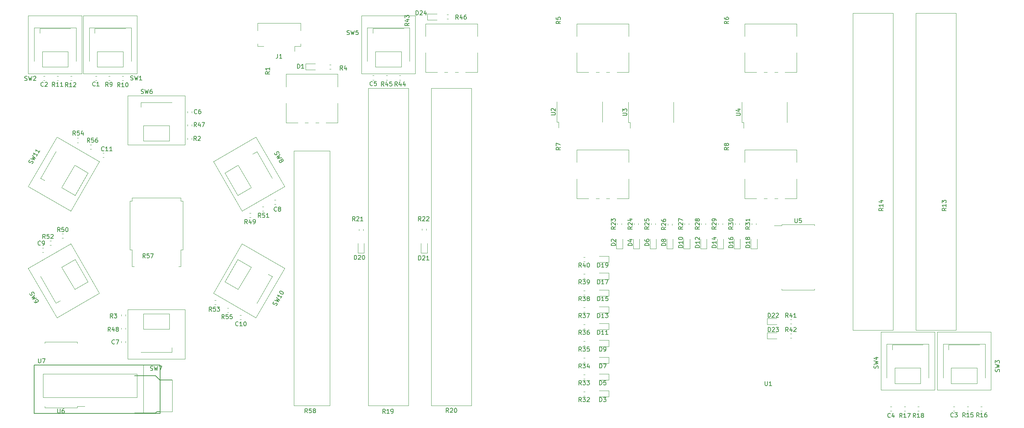
<source format=gbr>
G04 #@! TF.GenerationSoftware,KiCad,Pcbnew,(5.1.4-0-10_14)*
G04 #@! TF.CreationDate,2020-01-02T23:01:08+01:00*
G04 #@! TF.ProjectId,ProgrammerController,50726f67-7261-46d6-9d65-72436f6e7472,rev?*
G04 #@! TF.SameCoordinates,Original*
G04 #@! TF.FileFunction,Legend,Top*
G04 #@! TF.FilePolarity,Positive*
%FSLAX46Y46*%
G04 Gerber Fmt 4.6, Leading zero omitted, Abs format (unit mm)*
G04 Created by KiCad (PCBNEW (5.1.4-0-10_14)) date 2020-01-02 23:01:08*
%MOMM*%
%LPD*%
G04 APERTURE LIST*
%ADD10C,0.120000*%
%ADD11C,0.150000*%
%ADD12C,0.100000*%
G04 APERTURE END LIST*
D10*
X143030000Y-50530000D02*
X155370000Y-50530000D01*
X152570000Y-62120000D02*
X155370000Y-62120000D01*
X150071000Y-62120000D02*
X150830000Y-62120000D01*
X147571000Y-62120000D02*
X148330000Y-62120000D01*
X143030000Y-62120000D02*
X145829000Y-62120000D01*
X155370000Y-53545000D02*
X155370000Y-50530000D01*
X155370000Y-62120000D02*
X155370000Y-57454000D01*
X143030000Y-53545000D02*
X143030000Y-50530000D01*
X143030000Y-62120000D02*
X143030000Y-57454000D01*
X219030000Y-80530000D02*
X231370000Y-80530000D01*
X228570000Y-92120000D02*
X231370000Y-92120000D01*
X226071000Y-92120000D02*
X226830000Y-92120000D01*
X223571000Y-92120000D02*
X224330000Y-92120000D01*
X219030000Y-92120000D02*
X221829000Y-92120000D01*
X231370000Y-83545000D02*
X231370000Y-80530000D01*
X231370000Y-92120000D02*
X231370000Y-87454000D01*
X219030000Y-83545000D02*
X219030000Y-80530000D01*
X219030000Y-92120000D02*
X219030000Y-87454000D01*
X179030000Y-80530000D02*
X191370000Y-80530000D01*
X188570000Y-92120000D02*
X191370000Y-92120000D01*
X186071000Y-92120000D02*
X186830000Y-92120000D01*
X183571000Y-92120000D02*
X184330000Y-92120000D01*
X179030000Y-92120000D02*
X181829000Y-92120000D01*
X191370000Y-83545000D02*
X191370000Y-80530000D01*
X191370000Y-92120000D02*
X191370000Y-87454000D01*
X179030000Y-83545000D02*
X179030000Y-80530000D01*
X179030000Y-92120000D02*
X179030000Y-87454000D01*
X219030000Y-50530000D02*
X231370000Y-50530000D01*
X228570000Y-62120000D02*
X231370000Y-62120000D01*
X226071000Y-62120000D02*
X226830000Y-62120000D01*
X223571000Y-62120000D02*
X224330000Y-62120000D01*
X219030000Y-62120000D02*
X221829000Y-62120000D01*
X231370000Y-53545000D02*
X231370000Y-50530000D01*
X231370000Y-62120000D02*
X231370000Y-57454000D01*
X219030000Y-53545000D02*
X219030000Y-50530000D01*
X219030000Y-62120000D02*
X219030000Y-57454000D01*
X179030000Y-50530000D02*
X191370000Y-50530000D01*
X188570000Y-62120000D02*
X191370000Y-62120000D01*
X186071000Y-62120000D02*
X186830000Y-62120000D01*
X183571000Y-62120000D02*
X184330000Y-62120000D01*
X179030000Y-62120000D02*
X181829000Y-62120000D01*
X191370000Y-53545000D02*
X191370000Y-50530000D01*
X191370000Y-62120000D02*
X191370000Y-57454000D01*
X179030000Y-53545000D02*
X179030000Y-50530000D01*
X179030000Y-62120000D02*
X179030000Y-57454000D01*
X109830000Y-62530000D02*
X122170000Y-62530000D01*
X119370000Y-74120000D02*
X122170000Y-74120000D01*
X116871000Y-74120000D02*
X117630000Y-74120000D01*
X114371000Y-74120000D02*
X115130000Y-74120000D01*
X109830000Y-74120000D02*
X112629000Y-74120000D01*
X122170000Y-65545000D02*
X122170000Y-62530000D01*
X122170000Y-74120000D02*
X122170000Y-69454000D01*
X109830000Y-65545000D02*
X109830000Y-62530000D01*
X109830000Y-74120000D02*
X109830000Y-69454000D01*
X82800000Y-142900000D02*
X79900000Y-142900000D01*
X82800000Y-135300000D02*
X82800000Y-142900000D01*
D11*
X49900000Y-143300000D02*
X49900000Y-131800000D01*
X78800000Y-134300000D02*
X73800000Y-134300000D01*
X78800000Y-134300000D02*
X79800000Y-135300000D01*
X79900000Y-131800000D02*
X79900000Y-143300000D01*
X49900000Y-131800000D02*
X79900000Y-131800000D01*
X49900000Y-143300000D02*
X79900000Y-143300000D01*
X78800000Y-143200000D02*
X73800000Y-143200000D01*
X78800000Y-143200000D02*
X79100000Y-142900000D01*
X79100000Y-142900000D02*
X79900000Y-142900000D01*
X82800000Y-135300000D02*
X79900000Y-135300000D01*
D12*
X52000000Y-133900000D02*
X74380000Y-133900000D01*
X52000000Y-133900000D02*
X52000000Y-139480000D01*
X52000000Y-139480000D02*
X74380000Y-139480000D01*
X74380000Y-133900000D02*
X74380000Y-139480000D01*
X75900000Y-131800000D02*
X75900000Y-143300000D01*
D10*
X111860000Y-55900000D02*
X113350000Y-55900000D01*
X113350000Y-55900000D02*
X113350000Y-55300000D01*
X104540000Y-55900000D02*
X103050000Y-55900000D01*
X103050000Y-55900000D02*
X103050000Y-55300000D01*
X113350000Y-52140000D02*
X113350000Y-50400000D01*
X113350000Y-50400000D02*
X103050000Y-50400000D01*
X103050000Y-50400000D02*
X103050000Y-52140000D01*
X111860000Y-55900000D02*
X111860000Y-57100000D01*
X73200000Y-108300000D02*
X73700000Y-108300000D01*
X84800000Y-108300000D02*
X84300000Y-108300000D01*
X73200000Y-92000000D02*
X73500000Y-92000000D01*
X73200000Y-92700000D02*
X73200000Y-92000000D01*
X72700000Y-92700000D02*
X73200000Y-92700000D01*
X72700000Y-104300000D02*
X72700000Y-92700000D01*
X73200000Y-104300000D02*
X72700000Y-104300000D01*
X73200000Y-108300000D02*
X73200000Y-104300000D01*
X84800000Y-104300000D02*
X84800000Y-108300000D01*
X85300000Y-104300000D02*
X84800000Y-104300000D01*
X85300000Y-92700000D02*
X85300000Y-104300000D01*
X84800000Y-92700000D02*
X85300000Y-92700000D01*
X84800000Y-92000000D02*
X84800000Y-92700000D01*
X73500000Y-92000000D02*
X84800000Y-92000000D01*
X120550279Y-60290000D02*
X120224721Y-60290000D01*
X120550279Y-61310000D02*
X120224721Y-61310000D01*
X114515000Y-61535000D02*
X116800000Y-61535000D01*
X114515000Y-60065000D02*
X114515000Y-61535000D01*
X116800000Y-60065000D02*
X114515000Y-60065000D01*
X229824721Y-121910000D02*
X230150279Y-121910000D01*
X229824721Y-120890000D02*
X230150279Y-120890000D01*
X63575279Y-79390000D02*
X63249721Y-79390000D01*
X63575279Y-80410000D02*
X63249721Y-80410000D01*
X96175279Y-118190000D02*
X95849721Y-118190000D01*
X96175279Y-119210000D02*
X95849721Y-119210000D01*
X60450279Y-77790000D02*
X60124721Y-77790000D01*
X60450279Y-78810000D02*
X60124721Y-78810000D01*
X93175279Y-116390000D02*
X92849721Y-116390000D01*
X93175279Y-117410000D02*
X92849721Y-117410000D01*
X53649721Y-103210000D02*
X53975279Y-103210000D01*
X53649721Y-102190000D02*
X53975279Y-102190000D01*
X104550279Y-94090000D02*
X104224721Y-94090000D01*
X104550279Y-95110000D02*
X104224721Y-95110000D01*
X56549721Y-101510000D02*
X56875279Y-101510000D01*
X56549721Y-100490000D02*
X56875279Y-100490000D01*
X101450279Y-95590000D02*
X101124721Y-95590000D01*
X101450279Y-96610000D02*
X101124721Y-96610000D01*
X71710000Y-123250279D02*
X71710000Y-122924721D01*
X70690000Y-123250279D02*
X70690000Y-122924721D01*
X86390000Y-74549721D02*
X86390000Y-74875279D01*
X87410000Y-74549721D02*
X87410000Y-74875279D01*
X148475279Y-48390000D02*
X148149721Y-48390000D01*
X148475279Y-49410000D02*
X148149721Y-49410000D01*
X133624721Y-63910000D02*
X133950279Y-63910000D01*
X133624721Y-62890000D02*
X133950279Y-62890000D01*
X136824721Y-63910000D02*
X137150279Y-63910000D01*
X136824721Y-62890000D02*
X137150279Y-62890000D01*
X229824721Y-125310000D02*
X230150279Y-125310000D01*
X229824721Y-124290000D02*
X230150279Y-124290000D01*
X180950279Y-106090000D02*
X180624721Y-106090000D01*
X180950279Y-107110000D02*
X180624721Y-107110000D01*
X180950279Y-110090000D02*
X180624721Y-110090000D01*
X180950279Y-111110000D02*
X180624721Y-111110000D01*
X180950279Y-114090000D02*
X180624721Y-114090000D01*
X180950279Y-115110000D02*
X180624721Y-115110000D01*
X180950279Y-118090000D02*
X180624721Y-118090000D01*
X180950279Y-119110000D02*
X180624721Y-119110000D01*
X180950279Y-122090000D02*
X180624721Y-122090000D01*
X180950279Y-123110000D02*
X180624721Y-123110000D01*
X180950279Y-126090000D02*
X180624721Y-126090000D01*
X180950279Y-127110000D02*
X180624721Y-127110000D01*
X180950279Y-130090000D02*
X180624721Y-130090000D01*
X180950279Y-131110000D02*
X180624721Y-131110000D01*
X180950279Y-134090000D02*
X180624721Y-134090000D01*
X180950279Y-135110000D02*
X180624721Y-135110000D01*
X180950279Y-138090000D02*
X180624721Y-138090000D01*
X180950279Y-139110000D02*
X180624721Y-139110000D01*
X221710000Y-98362779D02*
X221710000Y-98037221D01*
X220690000Y-98362779D02*
X220690000Y-98037221D01*
X217710000Y-98362779D02*
X217710000Y-98037221D01*
X216690000Y-98362779D02*
X216690000Y-98037221D01*
X213710000Y-98362779D02*
X213710000Y-98037221D01*
X212690000Y-98362779D02*
X212690000Y-98037221D01*
X209710000Y-98362779D02*
X209710000Y-98037221D01*
X208690000Y-98362779D02*
X208690000Y-98037221D01*
X205710000Y-98362779D02*
X205710000Y-98037221D01*
X204690000Y-98362779D02*
X204690000Y-98037221D01*
X201710000Y-98462779D02*
X201710000Y-98137221D01*
X200690000Y-98462779D02*
X200690000Y-98137221D01*
X197710000Y-98362779D02*
X197710000Y-98037221D01*
X196690000Y-98362779D02*
X196690000Y-98037221D01*
X193710000Y-98362779D02*
X193710000Y-98037221D01*
X192690000Y-98362779D02*
X192690000Y-98037221D01*
X189710000Y-98362779D02*
X189710000Y-98037221D01*
X188690000Y-98362779D02*
X188690000Y-98037221D01*
X142190000Y-99349721D02*
X142190000Y-99675279D01*
X143210000Y-99349721D02*
X143210000Y-99675279D01*
X127190000Y-99437221D02*
X127190000Y-99762779D01*
X128210000Y-99437221D02*
X128210000Y-99762779D01*
X260124721Y-142710000D02*
X260450279Y-142710000D01*
X260124721Y-141690000D02*
X260450279Y-141690000D01*
X256924721Y-142710000D02*
X257250279Y-142710000D01*
X256924721Y-141690000D02*
X257250279Y-141690000D01*
X275124721Y-142710000D02*
X275450279Y-142710000D01*
X275124721Y-141690000D02*
X275450279Y-141690000D01*
X271924721Y-142710000D02*
X272250279Y-142710000D01*
X271924721Y-141690000D02*
X272250279Y-141690000D01*
X58524721Y-64010000D02*
X58850279Y-64010000D01*
X58524721Y-62990000D02*
X58850279Y-62990000D01*
X55324721Y-64010000D02*
X55650279Y-64010000D01*
X55324721Y-62990000D02*
X55650279Y-62990000D01*
X70824721Y-64010000D02*
X71150279Y-64010000D01*
X70824721Y-62990000D02*
X71150279Y-62990000D01*
X67624721Y-64010000D02*
X67950279Y-64010000D01*
X67624721Y-62990000D02*
X67950279Y-62990000D01*
X71710000Y-120050279D02*
X71710000Y-119724721D01*
X70690000Y-120050279D02*
X70690000Y-119724721D01*
X86390000Y-77724721D02*
X86390000Y-78050279D01*
X87410000Y-77724721D02*
X87410000Y-78050279D01*
X143515000Y-49635000D02*
X145800000Y-49635000D01*
X143515000Y-48165000D02*
X143515000Y-49635000D01*
X145800000Y-48165000D02*
X143515000Y-48165000D01*
X224315000Y-125535000D02*
X226600000Y-125535000D01*
X224315000Y-124065000D02*
X224315000Y-125535000D01*
X226600000Y-124065000D02*
X224315000Y-124065000D01*
X224295000Y-122135000D02*
X226580000Y-122135000D01*
X224295000Y-120665000D02*
X224295000Y-122135000D01*
X226580000Y-120665000D02*
X224295000Y-120665000D01*
X143435000Y-105085000D02*
X143435000Y-102800000D01*
X141965000Y-105085000D02*
X143435000Y-105085000D01*
X141965000Y-102800000D02*
X141965000Y-105085000D01*
X128435000Y-105085000D02*
X128435000Y-102800000D01*
X126965000Y-105085000D02*
X128435000Y-105085000D01*
X126965000Y-102800000D02*
X126965000Y-105085000D01*
X186685000Y-105865000D02*
X184400000Y-105865000D01*
X186685000Y-107335000D02*
X186685000Y-105865000D01*
X184400000Y-107335000D02*
X186685000Y-107335000D01*
X221935000Y-104085000D02*
X221935000Y-101800000D01*
X220465000Y-104085000D02*
X221935000Y-104085000D01*
X220465000Y-101800000D02*
X220465000Y-104085000D01*
X186685000Y-109865000D02*
X184400000Y-109865000D01*
X186685000Y-111335000D02*
X186685000Y-109865000D01*
X184400000Y-111335000D02*
X186685000Y-111335000D01*
X217935000Y-104085000D02*
X217935000Y-101800000D01*
X216465000Y-104085000D02*
X217935000Y-104085000D01*
X216465000Y-101800000D02*
X216465000Y-104085000D01*
X186685000Y-113865000D02*
X184400000Y-113865000D01*
X186685000Y-115335000D02*
X186685000Y-113865000D01*
X184400000Y-115335000D02*
X186685000Y-115335000D01*
X213935000Y-104085000D02*
X213935000Y-101800000D01*
X212465000Y-104085000D02*
X213935000Y-104085000D01*
X212465000Y-101800000D02*
X212465000Y-104085000D01*
X186685000Y-117865000D02*
X184400000Y-117865000D01*
X186685000Y-119335000D02*
X186685000Y-117865000D01*
X184400000Y-119335000D02*
X186685000Y-119335000D01*
X209935000Y-104085000D02*
X209935000Y-101800000D01*
X208465000Y-104085000D02*
X209935000Y-104085000D01*
X208465000Y-101800000D02*
X208465000Y-104085000D01*
X186685000Y-121865000D02*
X184400000Y-121865000D01*
X186685000Y-123335000D02*
X186685000Y-121865000D01*
X184400000Y-123335000D02*
X186685000Y-123335000D01*
X205935000Y-104085000D02*
X205935000Y-101800000D01*
X204465000Y-104085000D02*
X205935000Y-104085000D01*
X204465000Y-101800000D02*
X204465000Y-104085000D01*
X186685000Y-125865000D02*
X184400000Y-125865000D01*
X186685000Y-127335000D02*
X186685000Y-125865000D01*
X184400000Y-127335000D02*
X186685000Y-127335000D01*
X201935000Y-104085000D02*
X201935000Y-101800000D01*
X200465000Y-104085000D02*
X201935000Y-104085000D01*
X200465000Y-101800000D02*
X200465000Y-104085000D01*
X186685000Y-129865000D02*
X184400000Y-129865000D01*
X186685000Y-131335000D02*
X186685000Y-129865000D01*
X184400000Y-131335000D02*
X186685000Y-131335000D01*
X197935000Y-104085000D02*
X197935000Y-101800000D01*
X196465000Y-104085000D02*
X197935000Y-104085000D01*
X196465000Y-101800000D02*
X196465000Y-104085000D01*
X186685000Y-133865000D02*
X184400000Y-133865000D01*
X186685000Y-135335000D02*
X186685000Y-133865000D01*
X184400000Y-135335000D02*
X186685000Y-135335000D01*
X193935000Y-104085000D02*
X193935000Y-101800000D01*
X192465000Y-104085000D02*
X193935000Y-104085000D01*
X192465000Y-101800000D02*
X192465000Y-104085000D01*
X186685000Y-137865000D02*
X184400000Y-137865000D01*
X186685000Y-139335000D02*
X186685000Y-137865000D01*
X184400000Y-139335000D02*
X186685000Y-139335000D01*
X189935000Y-104085000D02*
X189935000Y-101800000D01*
X188465000Y-104085000D02*
X189935000Y-104085000D01*
X188465000Y-101800000D02*
X188465000Y-104085000D01*
X66224721Y-82310000D02*
X66550279Y-82310000D01*
X66224721Y-81290000D02*
X66550279Y-81290000D01*
X98849721Y-120910000D02*
X99175279Y-120910000D01*
X98849721Y-119890000D02*
X99175279Y-119890000D01*
X52150279Y-103890000D02*
X51824721Y-103890000D01*
X52150279Y-104910000D02*
X51824721Y-104910000D01*
X107049721Y-93510000D02*
X107375279Y-93510000D01*
X107049721Y-92490000D02*
X107375279Y-92490000D01*
X70690000Y-126124721D02*
X70690000Y-126450279D01*
X71710000Y-126124721D02*
X71710000Y-126450279D01*
X87410000Y-71750279D02*
X87410000Y-71424721D01*
X86390000Y-71750279D02*
X86390000Y-71424721D01*
X130775279Y-62890000D02*
X130449721Y-62890000D01*
X130775279Y-63910000D02*
X130449721Y-63910000D01*
X253975279Y-141690000D02*
X253649721Y-141690000D01*
X253975279Y-142710000D02*
X253649721Y-142710000D01*
X268975279Y-141690000D02*
X268649721Y-141690000D01*
X268975279Y-142710000D02*
X268649721Y-142710000D01*
X52450279Y-62990000D02*
X52124721Y-62990000D01*
X52450279Y-64010000D02*
X52124721Y-64010000D01*
X64775279Y-62990000D02*
X64449721Y-62990000D01*
X64775279Y-64010000D02*
X64449721Y-64010000D01*
X60160000Y-141620000D02*
X61950000Y-141620000D01*
X60160000Y-141910000D02*
X60160000Y-141620000D01*
X56300000Y-141910000D02*
X60160000Y-141910000D01*
X52440000Y-141910000D02*
X52440000Y-141620000D01*
X56300000Y-141910000D02*
X52440000Y-141910000D01*
X60160000Y-126290000D02*
X60160000Y-126580000D01*
X56300000Y-126290000D02*
X60160000Y-126290000D01*
X52440000Y-126290000D02*
X52440000Y-126580000D01*
X56300000Y-126290000D02*
X52440000Y-126290000D01*
X55296091Y-77461027D02*
X65428588Y-83311027D01*
X56471570Y-89525038D02*
X59531570Y-84224962D01*
X65428588Y-83311027D02*
X58628588Y-95088973D01*
X59675864Y-91375038D02*
X56471570Y-89525038D01*
X62735864Y-86074962D02*
X59675864Y-91375038D01*
X59531570Y-84224962D02*
X62735864Y-86074962D01*
X51413430Y-87285993D02*
X55063430Y-80964007D01*
X52409359Y-87860993D02*
X51413430Y-87285993D01*
X58628588Y-95088973D02*
X48496091Y-89238973D01*
X48496091Y-89238973D02*
X55296091Y-77461027D01*
X102703909Y-120538973D02*
X92571412Y-114688973D01*
X101528430Y-108474962D02*
X98468430Y-113775038D01*
X92571412Y-114688973D02*
X99371412Y-102911027D01*
X98324136Y-106624962D02*
X101528430Y-108474962D01*
X95264136Y-111925038D02*
X98324136Y-106624962D01*
X98468430Y-113775038D02*
X95264136Y-111925038D01*
X106586570Y-110714007D02*
X102936570Y-117035993D01*
X105590641Y-110139007D02*
X106586570Y-110714007D01*
X99371412Y-102911027D02*
X109503909Y-108761027D01*
X109503909Y-108761027D02*
X102703909Y-120538973D01*
X48496091Y-108761027D02*
X58628588Y-102911027D01*
X59531570Y-113775038D02*
X56471570Y-108474962D01*
X58628588Y-102911027D02*
X65428588Y-114688973D01*
X62735864Y-111925038D02*
X59531570Y-113775038D01*
X59675864Y-106624962D02*
X62735864Y-111925038D01*
X56471570Y-108474962D02*
X59675864Y-106624962D01*
X55063430Y-117035993D02*
X51413430Y-110714007D01*
X56059359Y-116460993D02*
X55063430Y-117035993D01*
X65428588Y-114688973D02*
X55296091Y-120538973D01*
X55296091Y-120538973D02*
X48496091Y-108761027D01*
X109503909Y-89238973D02*
X99371412Y-95088973D01*
X98468430Y-84224962D02*
X101528430Y-89525038D01*
X99371412Y-95088973D02*
X92571412Y-83311027D01*
X95264136Y-86074962D02*
X98468430Y-84224962D01*
X98324136Y-91375038D02*
X95264136Y-86074962D01*
X101528430Y-89525038D02*
X98324136Y-91375038D01*
X102936570Y-80964007D02*
X106586570Y-87285993D01*
X101940641Y-81539007D02*
X102936570Y-80964007D01*
X92571412Y-83311027D02*
X102703909Y-77461027D01*
X102703909Y-77461027D02*
X109503909Y-89238973D01*
X72200000Y-130300000D02*
X72200000Y-118600000D01*
X82060000Y-123250000D02*
X75940000Y-123250000D01*
X72200000Y-118600000D02*
X85800000Y-118600000D01*
X82060000Y-119550000D02*
X82060000Y-123250000D01*
X75940000Y-119550000D02*
X82060000Y-119550000D01*
X75940000Y-123250000D02*
X75940000Y-119550000D01*
X82650000Y-128750000D02*
X75350000Y-128750000D01*
X82650000Y-127600000D02*
X82650000Y-128750000D01*
X85800000Y-118600000D02*
X85800000Y-130300000D01*
X85800000Y-130300000D02*
X72200000Y-130300000D01*
X85800000Y-67700000D02*
X85800000Y-79400000D01*
X75940000Y-74750000D02*
X82060000Y-74750000D01*
X85800000Y-79400000D02*
X72200000Y-79400000D01*
X75940000Y-78450000D02*
X75940000Y-74750000D01*
X82060000Y-78450000D02*
X75940000Y-78450000D01*
X82060000Y-74750000D02*
X82060000Y-78450000D01*
X75350000Y-69250000D02*
X82650000Y-69250000D01*
X75350000Y-70400000D02*
X75350000Y-69250000D01*
X72200000Y-79400000D02*
X72200000Y-67700000D01*
X72200000Y-67700000D02*
X85800000Y-67700000D01*
X111700000Y-141400000D02*
X111700000Y-80800000D01*
X111800000Y-141400000D02*
X111700000Y-141400000D01*
X120300000Y-141400000D02*
X111800000Y-141400000D01*
X120300000Y-80800000D02*
X120300000Y-141400000D01*
X111700000Y-80800000D02*
X120300000Y-80800000D01*
X129200000Y-59500000D02*
X129200000Y-51500000D01*
X139200000Y-51500000D02*
X139200000Y-59500000D01*
X129200000Y-51500000D02*
X139200000Y-51500000D01*
X131140000Y-57150000D02*
X137260000Y-57150000D01*
X137260000Y-57150000D02*
X137260000Y-60850000D01*
X137260000Y-60850000D02*
X131140000Y-60850000D01*
X131140000Y-60850000D02*
X131140000Y-57150000D01*
X130550000Y-52800000D02*
X130550000Y-51650000D01*
X130550000Y-51650000D02*
X137850000Y-51650000D01*
X140600000Y-62400000D02*
X127800000Y-62400000D01*
X127800000Y-62400000D02*
X127800000Y-48600000D01*
X140600000Y-48600000D02*
X140600000Y-62400000D01*
X127800000Y-48600000D02*
X140600000Y-48600000D01*
X252800000Y-134800000D02*
X252800000Y-126800000D01*
X262800000Y-126800000D02*
X262800000Y-134800000D01*
X252800000Y-126800000D02*
X262800000Y-126800000D01*
X254740000Y-132450000D02*
X260860000Y-132450000D01*
X260860000Y-132450000D02*
X260860000Y-136150000D01*
X260860000Y-136150000D02*
X254740000Y-136150000D01*
X254740000Y-136150000D02*
X254740000Y-132450000D01*
X254150000Y-128100000D02*
X254150000Y-126950000D01*
X254150000Y-126950000D02*
X261450000Y-126950000D01*
X264200000Y-137700000D02*
X251400000Y-137700000D01*
X251400000Y-137700000D02*
X251400000Y-123900000D01*
X264200000Y-123900000D02*
X264200000Y-137700000D01*
X251400000Y-123900000D02*
X264200000Y-123900000D01*
X266200000Y-134800000D02*
X266200000Y-126800000D01*
X276200000Y-126800000D02*
X276200000Y-134800000D01*
X266200000Y-126800000D02*
X276200000Y-126800000D01*
X268140000Y-132450000D02*
X274260000Y-132450000D01*
X274260000Y-132450000D02*
X274260000Y-136150000D01*
X274260000Y-136150000D02*
X268140000Y-136150000D01*
X268140000Y-136150000D02*
X268140000Y-132450000D01*
X267550000Y-128100000D02*
X267550000Y-126950000D01*
X267550000Y-126950000D02*
X274850000Y-126950000D01*
X277600000Y-137700000D02*
X264800000Y-137700000D01*
X264800000Y-137700000D02*
X264800000Y-123900000D01*
X277600000Y-123900000D02*
X277600000Y-137700000D01*
X264800000Y-123900000D02*
X277600000Y-123900000D01*
X49900000Y-59500000D02*
X49900000Y-51500000D01*
X59900000Y-51500000D02*
X59900000Y-59500000D01*
X49900000Y-51500000D02*
X59900000Y-51500000D01*
X51840000Y-57150000D02*
X57960000Y-57150000D01*
X57960000Y-57150000D02*
X57960000Y-60850000D01*
X57960000Y-60850000D02*
X51840000Y-60850000D01*
X51840000Y-60850000D02*
X51840000Y-57150000D01*
X51250000Y-52800000D02*
X51250000Y-51650000D01*
X51250000Y-51650000D02*
X58550000Y-51650000D01*
X61300000Y-62400000D02*
X48500000Y-62400000D01*
X48500000Y-62400000D02*
X48500000Y-48600000D01*
X61300000Y-48600000D02*
X61300000Y-62400000D01*
X48500000Y-48600000D02*
X61300000Y-48600000D01*
X63000000Y-59500000D02*
X63000000Y-51500000D01*
X73000000Y-51500000D02*
X73000000Y-59500000D01*
X63000000Y-51500000D02*
X73000000Y-51500000D01*
X64940000Y-57150000D02*
X71060000Y-57150000D01*
X71060000Y-57150000D02*
X71060000Y-60850000D01*
X71060000Y-60850000D02*
X64940000Y-60850000D01*
X64940000Y-60850000D02*
X64940000Y-57150000D01*
X64350000Y-52800000D02*
X64350000Y-51650000D01*
X64350000Y-51650000D02*
X71650000Y-51650000D01*
X74400000Y-62400000D02*
X61600000Y-62400000D01*
X61600000Y-62400000D02*
X61600000Y-48600000D01*
X74400000Y-48600000D02*
X74400000Y-62400000D01*
X61600000Y-48600000D02*
X74400000Y-48600000D01*
X227840000Y-98555000D02*
X226025000Y-98555000D01*
X227840000Y-98290000D02*
X227840000Y-98555000D01*
X231700000Y-98290000D02*
X227840000Y-98290000D01*
X235560000Y-98290000D02*
X235560000Y-98555000D01*
X231700000Y-98290000D02*
X235560000Y-98290000D01*
X227840000Y-113910000D02*
X227840000Y-113645000D01*
X231700000Y-113910000D02*
X227840000Y-113910000D01*
X235560000Y-113910000D02*
X235560000Y-113645000D01*
X231700000Y-113910000D02*
X235560000Y-113910000D01*
X229100000Y-74000000D02*
X229100000Y-69200000D01*
X218300000Y-74000000D02*
X218300000Y-69200000D01*
X218700000Y-74000000D02*
X218700000Y-75400000D01*
X218300000Y-74000000D02*
X218700000Y-74000000D01*
X202100000Y-74000000D02*
X202100000Y-69200000D01*
X191300000Y-74000000D02*
X191300000Y-69200000D01*
X191700000Y-74000000D02*
X191700000Y-75400000D01*
X191300000Y-74000000D02*
X191700000Y-74000000D01*
X185100000Y-73900000D02*
X185100000Y-69100000D01*
X174300000Y-73900000D02*
X174300000Y-69100000D01*
X174700000Y-73900000D02*
X174700000Y-75300000D01*
X174300000Y-73900000D02*
X174700000Y-73900000D01*
X154000000Y-141400000D02*
X144400000Y-141400000D01*
X154000000Y-65900000D02*
X154000000Y-141400000D01*
X144400000Y-65900000D02*
X154000000Y-65900000D01*
X144400000Y-141400000D02*
X144400000Y-65900000D01*
X139000000Y-141400000D02*
X129400000Y-141400000D01*
X139000000Y-65900000D02*
X139000000Y-141400000D01*
X129400000Y-65900000D02*
X139000000Y-65900000D01*
X129400000Y-141400000D02*
X129400000Y-65900000D01*
X254300000Y-123500000D02*
X244700000Y-123500000D01*
X254300000Y-48000000D02*
X254300000Y-123500000D01*
X244700000Y-48000000D02*
X254300000Y-48000000D01*
X244700000Y-123500000D02*
X244700000Y-48000000D01*
X269300000Y-123500000D02*
X259700000Y-123500000D01*
X269300000Y-48000000D02*
X269300000Y-123500000D01*
X259700000Y-48000000D02*
X269300000Y-48000000D01*
X259700000Y-123500000D02*
X259700000Y-48000000D01*
D11*
X139152380Y-50417857D02*
X138676190Y-50751190D01*
X139152380Y-50989285D02*
X138152380Y-50989285D01*
X138152380Y-50608333D01*
X138200000Y-50513095D01*
X138247619Y-50465476D01*
X138342857Y-50417857D01*
X138485714Y-50417857D01*
X138580952Y-50465476D01*
X138628571Y-50513095D01*
X138676190Y-50608333D01*
X138676190Y-50989285D01*
X138485714Y-49560714D02*
X139152380Y-49560714D01*
X138104761Y-49798809D02*
X138819047Y-50036904D01*
X138819047Y-49417857D01*
X138152380Y-49132142D02*
X138152380Y-48513095D01*
X138533333Y-48846428D01*
X138533333Y-48703571D01*
X138580952Y-48608333D01*
X138628571Y-48560714D01*
X138723809Y-48513095D01*
X138961904Y-48513095D01*
X139057142Y-48560714D01*
X139104761Y-48608333D01*
X139152380Y-48703571D01*
X139152380Y-48989285D01*
X139104761Y-49084523D01*
X139057142Y-49132142D01*
X215152380Y-79941666D02*
X214676190Y-80275000D01*
X215152380Y-80513095D02*
X214152380Y-80513095D01*
X214152380Y-80132142D01*
X214200000Y-80036904D01*
X214247619Y-79989285D01*
X214342857Y-79941666D01*
X214485714Y-79941666D01*
X214580952Y-79989285D01*
X214628571Y-80036904D01*
X214676190Y-80132142D01*
X214676190Y-80513095D01*
X214580952Y-79370238D02*
X214533333Y-79465476D01*
X214485714Y-79513095D01*
X214390476Y-79560714D01*
X214342857Y-79560714D01*
X214247619Y-79513095D01*
X214200000Y-79465476D01*
X214152380Y-79370238D01*
X214152380Y-79179761D01*
X214200000Y-79084523D01*
X214247619Y-79036904D01*
X214342857Y-78989285D01*
X214390476Y-78989285D01*
X214485714Y-79036904D01*
X214533333Y-79084523D01*
X214580952Y-79179761D01*
X214580952Y-79370238D01*
X214628571Y-79465476D01*
X214676190Y-79513095D01*
X214771428Y-79560714D01*
X214961904Y-79560714D01*
X215057142Y-79513095D01*
X215104761Y-79465476D01*
X215152380Y-79370238D01*
X215152380Y-79179761D01*
X215104761Y-79084523D01*
X215057142Y-79036904D01*
X214961904Y-78989285D01*
X214771428Y-78989285D01*
X214676190Y-79036904D01*
X214628571Y-79084523D01*
X214580952Y-79179761D01*
X175152380Y-79941666D02*
X174676190Y-80275000D01*
X175152380Y-80513095D02*
X174152380Y-80513095D01*
X174152380Y-80132142D01*
X174200000Y-80036904D01*
X174247619Y-79989285D01*
X174342857Y-79941666D01*
X174485714Y-79941666D01*
X174580952Y-79989285D01*
X174628571Y-80036904D01*
X174676190Y-80132142D01*
X174676190Y-80513095D01*
X174152380Y-79608333D02*
X174152380Y-78941666D01*
X175152380Y-79370238D01*
X215152380Y-49941666D02*
X214676190Y-50275000D01*
X215152380Y-50513095D02*
X214152380Y-50513095D01*
X214152380Y-50132142D01*
X214200000Y-50036904D01*
X214247619Y-49989285D01*
X214342857Y-49941666D01*
X214485714Y-49941666D01*
X214580952Y-49989285D01*
X214628571Y-50036904D01*
X214676190Y-50132142D01*
X214676190Y-50513095D01*
X214152380Y-49084523D02*
X214152380Y-49275000D01*
X214200000Y-49370238D01*
X214247619Y-49417857D01*
X214390476Y-49513095D01*
X214580952Y-49560714D01*
X214961904Y-49560714D01*
X215057142Y-49513095D01*
X215104761Y-49465476D01*
X215152380Y-49370238D01*
X215152380Y-49179761D01*
X215104761Y-49084523D01*
X215057142Y-49036904D01*
X214961904Y-48989285D01*
X214723809Y-48989285D01*
X214628571Y-49036904D01*
X214580952Y-49084523D01*
X214533333Y-49179761D01*
X214533333Y-49370238D01*
X214580952Y-49465476D01*
X214628571Y-49513095D01*
X214723809Y-49560714D01*
X175152380Y-49941666D02*
X174676190Y-50275000D01*
X175152380Y-50513095D02*
X174152380Y-50513095D01*
X174152380Y-50132142D01*
X174200000Y-50036904D01*
X174247619Y-49989285D01*
X174342857Y-49941666D01*
X174485714Y-49941666D01*
X174580952Y-49989285D01*
X174628571Y-50036904D01*
X174676190Y-50132142D01*
X174676190Y-50513095D01*
X174152380Y-49036904D02*
X174152380Y-49513095D01*
X174628571Y-49560714D01*
X174580952Y-49513095D01*
X174533333Y-49417857D01*
X174533333Y-49179761D01*
X174580952Y-49084523D01*
X174628571Y-49036904D01*
X174723809Y-48989285D01*
X174961904Y-48989285D01*
X175057142Y-49036904D01*
X175104761Y-49084523D01*
X175152380Y-49179761D01*
X175152380Y-49417857D01*
X175104761Y-49513095D01*
X175057142Y-49560714D01*
X105952380Y-61941666D02*
X105476190Y-62275000D01*
X105952380Y-62513095D02*
X104952380Y-62513095D01*
X104952380Y-62132142D01*
X105000000Y-62036904D01*
X105047619Y-61989285D01*
X105142857Y-61941666D01*
X105285714Y-61941666D01*
X105380952Y-61989285D01*
X105428571Y-62036904D01*
X105476190Y-62132142D01*
X105476190Y-62513095D01*
X105952380Y-60989285D02*
X105952380Y-61560714D01*
X105952380Y-61275000D02*
X104952380Y-61275000D01*
X105095238Y-61370238D01*
X105190476Y-61465476D01*
X105238095Y-61560714D01*
X50916095Y-130236380D02*
X50916095Y-131045904D01*
X50963714Y-131141142D01*
X51011333Y-131188761D01*
X51106571Y-131236380D01*
X51297047Y-131236380D01*
X51392285Y-131188761D01*
X51439904Y-131141142D01*
X51487523Y-131045904D01*
X51487523Y-130236380D01*
X51868476Y-130236380D02*
X52535142Y-130236380D01*
X52106571Y-131236380D01*
X107866666Y-57752380D02*
X107866666Y-58466666D01*
X107819047Y-58609523D01*
X107723809Y-58704761D01*
X107580952Y-58752380D01*
X107485714Y-58752380D01*
X108866666Y-58752380D02*
X108295238Y-58752380D01*
X108580952Y-58752380D02*
X108580952Y-57752380D01*
X108485714Y-57895238D01*
X108390476Y-57990476D01*
X108295238Y-58038095D01*
X76357142Y-106252380D02*
X76023809Y-105776190D01*
X75785714Y-106252380D02*
X75785714Y-105252380D01*
X76166666Y-105252380D01*
X76261904Y-105300000D01*
X76309523Y-105347619D01*
X76357142Y-105442857D01*
X76357142Y-105585714D01*
X76309523Y-105680952D01*
X76261904Y-105728571D01*
X76166666Y-105776190D01*
X75785714Y-105776190D01*
X77261904Y-105252380D02*
X76785714Y-105252380D01*
X76738095Y-105728571D01*
X76785714Y-105680952D01*
X76880952Y-105633333D01*
X77119047Y-105633333D01*
X77214285Y-105680952D01*
X77261904Y-105728571D01*
X77309523Y-105823809D01*
X77309523Y-106061904D01*
X77261904Y-106157142D01*
X77214285Y-106204761D01*
X77119047Y-106252380D01*
X76880952Y-106252380D01*
X76785714Y-106204761D01*
X76738095Y-106157142D01*
X77642857Y-105252380D02*
X78309523Y-105252380D01*
X77880952Y-106252380D01*
X123333333Y-61552380D02*
X123000000Y-61076190D01*
X122761904Y-61552380D02*
X122761904Y-60552380D01*
X123142857Y-60552380D01*
X123238095Y-60600000D01*
X123285714Y-60647619D01*
X123333333Y-60742857D01*
X123333333Y-60885714D01*
X123285714Y-60980952D01*
X123238095Y-61028571D01*
X123142857Y-61076190D01*
X122761904Y-61076190D01*
X124190476Y-60885714D02*
X124190476Y-61552380D01*
X123952380Y-60504761D02*
X123714285Y-61219047D01*
X124333333Y-61219047D01*
X112561904Y-61152380D02*
X112561904Y-60152380D01*
X112800000Y-60152380D01*
X112942857Y-60200000D01*
X113038095Y-60295238D01*
X113085714Y-60390476D01*
X113133333Y-60580952D01*
X113133333Y-60723809D01*
X113085714Y-60914285D01*
X113038095Y-61009523D01*
X112942857Y-61104761D01*
X112800000Y-61152380D01*
X112561904Y-61152380D01*
X114085714Y-61152380D02*
X113514285Y-61152380D01*
X113800000Y-61152380D02*
X113800000Y-60152380D01*
X113704761Y-60295238D01*
X113609523Y-60390476D01*
X113514285Y-60438095D01*
X229344642Y-120422380D02*
X229011309Y-119946190D01*
X228773214Y-120422380D02*
X228773214Y-119422380D01*
X229154166Y-119422380D01*
X229249404Y-119470000D01*
X229297023Y-119517619D01*
X229344642Y-119612857D01*
X229344642Y-119755714D01*
X229297023Y-119850952D01*
X229249404Y-119898571D01*
X229154166Y-119946190D01*
X228773214Y-119946190D01*
X230201785Y-119755714D02*
X230201785Y-120422380D01*
X229963690Y-119374761D02*
X229725595Y-120089047D01*
X230344642Y-120089047D01*
X231249404Y-120422380D02*
X230677976Y-120422380D01*
X230963690Y-120422380D02*
X230963690Y-119422380D01*
X230868452Y-119565238D01*
X230773214Y-119660476D01*
X230677976Y-119708095D01*
X63157142Y-78752380D02*
X62823809Y-78276190D01*
X62585714Y-78752380D02*
X62585714Y-77752380D01*
X62966666Y-77752380D01*
X63061904Y-77800000D01*
X63109523Y-77847619D01*
X63157142Y-77942857D01*
X63157142Y-78085714D01*
X63109523Y-78180952D01*
X63061904Y-78228571D01*
X62966666Y-78276190D01*
X62585714Y-78276190D01*
X64061904Y-77752380D02*
X63585714Y-77752380D01*
X63538095Y-78228571D01*
X63585714Y-78180952D01*
X63680952Y-78133333D01*
X63919047Y-78133333D01*
X64014285Y-78180952D01*
X64061904Y-78228571D01*
X64109523Y-78323809D01*
X64109523Y-78561904D01*
X64061904Y-78657142D01*
X64014285Y-78704761D01*
X63919047Y-78752380D01*
X63680952Y-78752380D01*
X63585714Y-78704761D01*
X63538095Y-78657142D01*
X64966666Y-77752380D02*
X64776190Y-77752380D01*
X64680952Y-77800000D01*
X64633333Y-77847619D01*
X64538095Y-77990476D01*
X64490476Y-78180952D01*
X64490476Y-78561904D01*
X64538095Y-78657142D01*
X64585714Y-78704761D01*
X64680952Y-78752380D01*
X64871428Y-78752380D01*
X64966666Y-78704761D01*
X65014285Y-78657142D01*
X65061904Y-78561904D01*
X65061904Y-78323809D01*
X65014285Y-78228571D01*
X64966666Y-78180952D01*
X64871428Y-78133333D01*
X64680952Y-78133333D01*
X64585714Y-78180952D01*
X64538095Y-78228571D01*
X64490476Y-78323809D01*
X95157142Y-120752380D02*
X94823809Y-120276190D01*
X94585714Y-120752380D02*
X94585714Y-119752380D01*
X94966666Y-119752380D01*
X95061904Y-119800000D01*
X95109523Y-119847619D01*
X95157142Y-119942857D01*
X95157142Y-120085714D01*
X95109523Y-120180952D01*
X95061904Y-120228571D01*
X94966666Y-120276190D01*
X94585714Y-120276190D01*
X96061904Y-119752380D02*
X95585714Y-119752380D01*
X95538095Y-120228571D01*
X95585714Y-120180952D01*
X95680952Y-120133333D01*
X95919047Y-120133333D01*
X96014285Y-120180952D01*
X96061904Y-120228571D01*
X96109523Y-120323809D01*
X96109523Y-120561904D01*
X96061904Y-120657142D01*
X96014285Y-120704761D01*
X95919047Y-120752380D01*
X95680952Y-120752380D01*
X95585714Y-120704761D01*
X95538095Y-120657142D01*
X97014285Y-119752380D02*
X96538095Y-119752380D01*
X96490476Y-120228571D01*
X96538095Y-120180952D01*
X96633333Y-120133333D01*
X96871428Y-120133333D01*
X96966666Y-120180952D01*
X97014285Y-120228571D01*
X97061904Y-120323809D01*
X97061904Y-120561904D01*
X97014285Y-120657142D01*
X96966666Y-120704761D01*
X96871428Y-120752380D01*
X96633333Y-120752380D01*
X96538095Y-120704761D01*
X96490476Y-120657142D01*
X59757142Y-77052380D02*
X59423809Y-76576190D01*
X59185714Y-77052380D02*
X59185714Y-76052380D01*
X59566666Y-76052380D01*
X59661904Y-76100000D01*
X59709523Y-76147619D01*
X59757142Y-76242857D01*
X59757142Y-76385714D01*
X59709523Y-76480952D01*
X59661904Y-76528571D01*
X59566666Y-76576190D01*
X59185714Y-76576190D01*
X60661904Y-76052380D02*
X60185714Y-76052380D01*
X60138095Y-76528571D01*
X60185714Y-76480952D01*
X60280952Y-76433333D01*
X60519047Y-76433333D01*
X60614285Y-76480952D01*
X60661904Y-76528571D01*
X60709523Y-76623809D01*
X60709523Y-76861904D01*
X60661904Y-76957142D01*
X60614285Y-77004761D01*
X60519047Y-77052380D01*
X60280952Y-77052380D01*
X60185714Y-77004761D01*
X60138095Y-76957142D01*
X61566666Y-76385714D02*
X61566666Y-77052380D01*
X61328571Y-76004761D02*
X61090476Y-76719047D01*
X61709523Y-76719047D01*
X92157142Y-118952380D02*
X91823809Y-118476190D01*
X91585714Y-118952380D02*
X91585714Y-117952380D01*
X91966666Y-117952380D01*
X92061904Y-118000000D01*
X92109523Y-118047619D01*
X92157142Y-118142857D01*
X92157142Y-118285714D01*
X92109523Y-118380952D01*
X92061904Y-118428571D01*
X91966666Y-118476190D01*
X91585714Y-118476190D01*
X93061904Y-117952380D02*
X92585714Y-117952380D01*
X92538095Y-118428571D01*
X92585714Y-118380952D01*
X92680952Y-118333333D01*
X92919047Y-118333333D01*
X93014285Y-118380952D01*
X93061904Y-118428571D01*
X93109523Y-118523809D01*
X93109523Y-118761904D01*
X93061904Y-118857142D01*
X93014285Y-118904761D01*
X92919047Y-118952380D01*
X92680952Y-118952380D01*
X92585714Y-118904761D01*
X92538095Y-118857142D01*
X93442857Y-117952380D02*
X94061904Y-117952380D01*
X93728571Y-118333333D01*
X93871428Y-118333333D01*
X93966666Y-118380952D01*
X94014285Y-118428571D01*
X94061904Y-118523809D01*
X94061904Y-118761904D01*
X94014285Y-118857142D01*
X93966666Y-118904761D01*
X93871428Y-118952380D01*
X93585714Y-118952380D01*
X93490476Y-118904761D01*
X93442857Y-118857142D01*
X52557142Y-101652380D02*
X52223809Y-101176190D01*
X51985714Y-101652380D02*
X51985714Y-100652380D01*
X52366666Y-100652380D01*
X52461904Y-100700000D01*
X52509523Y-100747619D01*
X52557142Y-100842857D01*
X52557142Y-100985714D01*
X52509523Y-101080952D01*
X52461904Y-101128571D01*
X52366666Y-101176190D01*
X51985714Y-101176190D01*
X53461904Y-100652380D02*
X52985714Y-100652380D01*
X52938095Y-101128571D01*
X52985714Y-101080952D01*
X53080952Y-101033333D01*
X53319047Y-101033333D01*
X53414285Y-101080952D01*
X53461904Y-101128571D01*
X53509523Y-101223809D01*
X53509523Y-101461904D01*
X53461904Y-101557142D01*
X53414285Y-101604761D01*
X53319047Y-101652380D01*
X53080952Y-101652380D01*
X52985714Y-101604761D01*
X52938095Y-101557142D01*
X53890476Y-100747619D02*
X53938095Y-100700000D01*
X54033333Y-100652380D01*
X54271428Y-100652380D01*
X54366666Y-100700000D01*
X54414285Y-100747619D01*
X54461904Y-100842857D01*
X54461904Y-100938095D01*
X54414285Y-101080952D01*
X53842857Y-101652380D01*
X54461904Y-101652380D01*
X103857142Y-96652380D02*
X103523809Y-96176190D01*
X103285714Y-96652380D02*
X103285714Y-95652380D01*
X103666666Y-95652380D01*
X103761904Y-95700000D01*
X103809523Y-95747619D01*
X103857142Y-95842857D01*
X103857142Y-95985714D01*
X103809523Y-96080952D01*
X103761904Y-96128571D01*
X103666666Y-96176190D01*
X103285714Y-96176190D01*
X104761904Y-95652380D02*
X104285714Y-95652380D01*
X104238095Y-96128571D01*
X104285714Y-96080952D01*
X104380952Y-96033333D01*
X104619047Y-96033333D01*
X104714285Y-96080952D01*
X104761904Y-96128571D01*
X104809523Y-96223809D01*
X104809523Y-96461904D01*
X104761904Y-96557142D01*
X104714285Y-96604761D01*
X104619047Y-96652380D01*
X104380952Y-96652380D01*
X104285714Y-96604761D01*
X104238095Y-96557142D01*
X105761904Y-96652380D02*
X105190476Y-96652380D01*
X105476190Y-96652380D02*
X105476190Y-95652380D01*
X105380952Y-95795238D01*
X105285714Y-95890476D01*
X105190476Y-95938095D01*
X56069642Y-100022380D02*
X55736309Y-99546190D01*
X55498214Y-100022380D02*
X55498214Y-99022380D01*
X55879166Y-99022380D01*
X55974404Y-99070000D01*
X56022023Y-99117619D01*
X56069642Y-99212857D01*
X56069642Y-99355714D01*
X56022023Y-99450952D01*
X55974404Y-99498571D01*
X55879166Y-99546190D01*
X55498214Y-99546190D01*
X56974404Y-99022380D02*
X56498214Y-99022380D01*
X56450595Y-99498571D01*
X56498214Y-99450952D01*
X56593452Y-99403333D01*
X56831547Y-99403333D01*
X56926785Y-99450952D01*
X56974404Y-99498571D01*
X57022023Y-99593809D01*
X57022023Y-99831904D01*
X56974404Y-99927142D01*
X56926785Y-99974761D01*
X56831547Y-100022380D01*
X56593452Y-100022380D01*
X56498214Y-99974761D01*
X56450595Y-99927142D01*
X57641071Y-99022380D02*
X57736309Y-99022380D01*
X57831547Y-99070000D01*
X57879166Y-99117619D01*
X57926785Y-99212857D01*
X57974404Y-99403333D01*
X57974404Y-99641428D01*
X57926785Y-99831904D01*
X57879166Y-99927142D01*
X57831547Y-99974761D01*
X57736309Y-100022380D01*
X57641071Y-100022380D01*
X57545833Y-99974761D01*
X57498214Y-99927142D01*
X57450595Y-99831904D01*
X57402976Y-99641428D01*
X57402976Y-99403333D01*
X57450595Y-99212857D01*
X57498214Y-99117619D01*
X57545833Y-99070000D01*
X57641071Y-99022380D01*
X100644642Y-98152380D02*
X100311309Y-97676190D01*
X100073214Y-98152380D02*
X100073214Y-97152380D01*
X100454166Y-97152380D01*
X100549404Y-97200000D01*
X100597023Y-97247619D01*
X100644642Y-97342857D01*
X100644642Y-97485714D01*
X100597023Y-97580952D01*
X100549404Y-97628571D01*
X100454166Y-97676190D01*
X100073214Y-97676190D01*
X101501785Y-97485714D02*
X101501785Y-98152380D01*
X101263690Y-97104761D02*
X101025595Y-97819047D01*
X101644642Y-97819047D01*
X102073214Y-98152380D02*
X102263690Y-98152380D01*
X102358928Y-98104761D01*
X102406547Y-98057142D01*
X102501785Y-97914285D01*
X102549404Y-97723809D01*
X102549404Y-97342857D01*
X102501785Y-97247619D01*
X102454166Y-97200000D01*
X102358928Y-97152380D01*
X102168452Y-97152380D01*
X102073214Y-97200000D01*
X102025595Y-97247619D01*
X101977976Y-97342857D01*
X101977976Y-97580952D01*
X102025595Y-97676190D01*
X102073214Y-97723809D01*
X102168452Y-97771428D01*
X102358928Y-97771428D01*
X102454166Y-97723809D01*
X102501785Y-97676190D01*
X102549404Y-97580952D01*
X68057142Y-123752380D02*
X67723809Y-123276190D01*
X67485714Y-123752380D02*
X67485714Y-122752380D01*
X67866666Y-122752380D01*
X67961904Y-122800000D01*
X68009523Y-122847619D01*
X68057142Y-122942857D01*
X68057142Y-123085714D01*
X68009523Y-123180952D01*
X67961904Y-123228571D01*
X67866666Y-123276190D01*
X67485714Y-123276190D01*
X68914285Y-123085714D02*
X68914285Y-123752380D01*
X68676190Y-122704761D02*
X68438095Y-123419047D01*
X69057142Y-123419047D01*
X69580952Y-123180952D02*
X69485714Y-123133333D01*
X69438095Y-123085714D01*
X69390476Y-122990476D01*
X69390476Y-122942857D01*
X69438095Y-122847619D01*
X69485714Y-122800000D01*
X69580952Y-122752380D01*
X69771428Y-122752380D01*
X69866666Y-122800000D01*
X69914285Y-122847619D01*
X69961904Y-122942857D01*
X69961904Y-122990476D01*
X69914285Y-123085714D01*
X69866666Y-123133333D01*
X69771428Y-123180952D01*
X69580952Y-123180952D01*
X69485714Y-123228571D01*
X69438095Y-123276190D01*
X69390476Y-123371428D01*
X69390476Y-123561904D01*
X69438095Y-123657142D01*
X69485714Y-123704761D01*
X69580952Y-123752380D01*
X69771428Y-123752380D01*
X69866666Y-123704761D01*
X69914285Y-123657142D01*
X69961904Y-123561904D01*
X69961904Y-123371428D01*
X69914285Y-123276190D01*
X69866666Y-123228571D01*
X69771428Y-123180952D01*
X88557142Y-75052380D02*
X88223809Y-74576190D01*
X87985714Y-75052380D02*
X87985714Y-74052380D01*
X88366666Y-74052380D01*
X88461904Y-74100000D01*
X88509523Y-74147619D01*
X88557142Y-74242857D01*
X88557142Y-74385714D01*
X88509523Y-74480952D01*
X88461904Y-74528571D01*
X88366666Y-74576190D01*
X87985714Y-74576190D01*
X89414285Y-74385714D02*
X89414285Y-75052380D01*
X89176190Y-74004761D02*
X88938095Y-74719047D01*
X89557142Y-74719047D01*
X89842857Y-74052380D02*
X90509523Y-74052380D01*
X90080952Y-75052380D01*
X150857142Y-49452380D02*
X150523809Y-48976190D01*
X150285714Y-49452380D02*
X150285714Y-48452380D01*
X150666666Y-48452380D01*
X150761904Y-48500000D01*
X150809523Y-48547619D01*
X150857142Y-48642857D01*
X150857142Y-48785714D01*
X150809523Y-48880952D01*
X150761904Y-48928571D01*
X150666666Y-48976190D01*
X150285714Y-48976190D01*
X151714285Y-48785714D02*
X151714285Y-49452380D01*
X151476190Y-48404761D02*
X151238095Y-49119047D01*
X151857142Y-49119047D01*
X152666666Y-48452380D02*
X152476190Y-48452380D01*
X152380952Y-48500000D01*
X152333333Y-48547619D01*
X152238095Y-48690476D01*
X152190476Y-48880952D01*
X152190476Y-49261904D01*
X152238095Y-49357142D01*
X152285714Y-49404761D01*
X152380952Y-49452380D01*
X152571428Y-49452380D01*
X152666666Y-49404761D01*
X152714285Y-49357142D01*
X152761904Y-49261904D01*
X152761904Y-49023809D01*
X152714285Y-48928571D01*
X152666666Y-48880952D01*
X152571428Y-48833333D01*
X152380952Y-48833333D01*
X152285714Y-48880952D01*
X152238095Y-48928571D01*
X152190476Y-49023809D01*
X133157142Y-65352380D02*
X132823809Y-64876190D01*
X132585714Y-65352380D02*
X132585714Y-64352380D01*
X132966666Y-64352380D01*
X133061904Y-64400000D01*
X133109523Y-64447619D01*
X133157142Y-64542857D01*
X133157142Y-64685714D01*
X133109523Y-64780952D01*
X133061904Y-64828571D01*
X132966666Y-64876190D01*
X132585714Y-64876190D01*
X134014285Y-64685714D02*
X134014285Y-65352380D01*
X133776190Y-64304761D02*
X133538095Y-65019047D01*
X134157142Y-65019047D01*
X135014285Y-64352380D02*
X134538095Y-64352380D01*
X134490476Y-64828571D01*
X134538095Y-64780952D01*
X134633333Y-64733333D01*
X134871428Y-64733333D01*
X134966666Y-64780952D01*
X135014285Y-64828571D01*
X135061904Y-64923809D01*
X135061904Y-65161904D01*
X135014285Y-65257142D01*
X134966666Y-65304761D01*
X134871428Y-65352380D01*
X134633333Y-65352380D01*
X134538095Y-65304761D01*
X134490476Y-65257142D01*
X136357142Y-65352380D02*
X136023809Y-64876190D01*
X135785714Y-65352380D02*
X135785714Y-64352380D01*
X136166666Y-64352380D01*
X136261904Y-64400000D01*
X136309523Y-64447619D01*
X136357142Y-64542857D01*
X136357142Y-64685714D01*
X136309523Y-64780952D01*
X136261904Y-64828571D01*
X136166666Y-64876190D01*
X135785714Y-64876190D01*
X137214285Y-64685714D02*
X137214285Y-65352380D01*
X136976190Y-64304761D02*
X136738095Y-65019047D01*
X137357142Y-65019047D01*
X138166666Y-64685714D02*
X138166666Y-65352380D01*
X137928571Y-64304761D02*
X137690476Y-65019047D01*
X138309523Y-65019047D01*
X229344642Y-123822380D02*
X229011309Y-123346190D01*
X228773214Y-123822380D02*
X228773214Y-122822380D01*
X229154166Y-122822380D01*
X229249404Y-122870000D01*
X229297023Y-122917619D01*
X229344642Y-123012857D01*
X229344642Y-123155714D01*
X229297023Y-123250952D01*
X229249404Y-123298571D01*
X229154166Y-123346190D01*
X228773214Y-123346190D01*
X230201785Y-123155714D02*
X230201785Y-123822380D01*
X229963690Y-122774761D02*
X229725595Y-123489047D01*
X230344642Y-123489047D01*
X230677976Y-122917619D02*
X230725595Y-122870000D01*
X230820833Y-122822380D01*
X231058928Y-122822380D01*
X231154166Y-122870000D01*
X231201785Y-122917619D01*
X231249404Y-123012857D01*
X231249404Y-123108095D01*
X231201785Y-123250952D01*
X230630357Y-123822380D01*
X231249404Y-123822380D01*
X180144642Y-108482380D02*
X179811309Y-108006190D01*
X179573214Y-108482380D02*
X179573214Y-107482380D01*
X179954166Y-107482380D01*
X180049404Y-107530000D01*
X180097023Y-107577619D01*
X180144642Y-107672857D01*
X180144642Y-107815714D01*
X180097023Y-107910952D01*
X180049404Y-107958571D01*
X179954166Y-108006190D01*
X179573214Y-108006190D01*
X181001785Y-107815714D02*
X181001785Y-108482380D01*
X180763690Y-107434761D02*
X180525595Y-108149047D01*
X181144642Y-108149047D01*
X181716071Y-107482380D02*
X181811309Y-107482380D01*
X181906547Y-107530000D01*
X181954166Y-107577619D01*
X182001785Y-107672857D01*
X182049404Y-107863333D01*
X182049404Y-108101428D01*
X182001785Y-108291904D01*
X181954166Y-108387142D01*
X181906547Y-108434761D01*
X181811309Y-108482380D01*
X181716071Y-108482380D01*
X181620833Y-108434761D01*
X181573214Y-108387142D01*
X181525595Y-108291904D01*
X181477976Y-108101428D01*
X181477976Y-107863333D01*
X181525595Y-107672857D01*
X181573214Y-107577619D01*
X181620833Y-107530000D01*
X181716071Y-107482380D01*
X180144642Y-112482380D02*
X179811309Y-112006190D01*
X179573214Y-112482380D02*
X179573214Y-111482380D01*
X179954166Y-111482380D01*
X180049404Y-111530000D01*
X180097023Y-111577619D01*
X180144642Y-111672857D01*
X180144642Y-111815714D01*
X180097023Y-111910952D01*
X180049404Y-111958571D01*
X179954166Y-112006190D01*
X179573214Y-112006190D01*
X180477976Y-111482380D02*
X181097023Y-111482380D01*
X180763690Y-111863333D01*
X180906547Y-111863333D01*
X181001785Y-111910952D01*
X181049404Y-111958571D01*
X181097023Y-112053809D01*
X181097023Y-112291904D01*
X181049404Y-112387142D01*
X181001785Y-112434761D01*
X180906547Y-112482380D01*
X180620833Y-112482380D01*
X180525595Y-112434761D01*
X180477976Y-112387142D01*
X181573214Y-112482380D02*
X181763690Y-112482380D01*
X181858928Y-112434761D01*
X181906547Y-112387142D01*
X182001785Y-112244285D01*
X182049404Y-112053809D01*
X182049404Y-111672857D01*
X182001785Y-111577619D01*
X181954166Y-111530000D01*
X181858928Y-111482380D01*
X181668452Y-111482380D01*
X181573214Y-111530000D01*
X181525595Y-111577619D01*
X181477976Y-111672857D01*
X181477976Y-111910952D01*
X181525595Y-112006190D01*
X181573214Y-112053809D01*
X181668452Y-112101428D01*
X181858928Y-112101428D01*
X181954166Y-112053809D01*
X182001785Y-112006190D01*
X182049404Y-111910952D01*
X180144642Y-116482380D02*
X179811309Y-116006190D01*
X179573214Y-116482380D02*
X179573214Y-115482380D01*
X179954166Y-115482380D01*
X180049404Y-115530000D01*
X180097023Y-115577619D01*
X180144642Y-115672857D01*
X180144642Y-115815714D01*
X180097023Y-115910952D01*
X180049404Y-115958571D01*
X179954166Y-116006190D01*
X179573214Y-116006190D01*
X180477976Y-115482380D02*
X181097023Y-115482380D01*
X180763690Y-115863333D01*
X180906547Y-115863333D01*
X181001785Y-115910952D01*
X181049404Y-115958571D01*
X181097023Y-116053809D01*
X181097023Y-116291904D01*
X181049404Y-116387142D01*
X181001785Y-116434761D01*
X180906547Y-116482380D01*
X180620833Y-116482380D01*
X180525595Y-116434761D01*
X180477976Y-116387142D01*
X181668452Y-115910952D02*
X181573214Y-115863333D01*
X181525595Y-115815714D01*
X181477976Y-115720476D01*
X181477976Y-115672857D01*
X181525595Y-115577619D01*
X181573214Y-115530000D01*
X181668452Y-115482380D01*
X181858928Y-115482380D01*
X181954166Y-115530000D01*
X182001785Y-115577619D01*
X182049404Y-115672857D01*
X182049404Y-115720476D01*
X182001785Y-115815714D01*
X181954166Y-115863333D01*
X181858928Y-115910952D01*
X181668452Y-115910952D01*
X181573214Y-115958571D01*
X181525595Y-116006190D01*
X181477976Y-116101428D01*
X181477976Y-116291904D01*
X181525595Y-116387142D01*
X181573214Y-116434761D01*
X181668452Y-116482380D01*
X181858928Y-116482380D01*
X181954166Y-116434761D01*
X182001785Y-116387142D01*
X182049404Y-116291904D01*
X182049404Y-116101428D01*
X182001785Y-116006190D01*
X181954166Y-115958571D01*
X181858928Y-115910952D01*
X180144642Y-120482380D02*
X179811309Y-120006190D01*
X179573214Y-120482380D02*
X179573214Y-119482380D01*
X179954166Y-119482380D01*
X180049404Y-119530000D01*
X180097023Y-119577619D01*
X180144642Y-119672857D01*
X180144642Y-119815714D01*
X180097023Y-119910952D01*
X180049404Y-119958571D01*
X179954166Y-120006190D01*
X179573214Y-120006190D01*
X180477976Y-119482380D02*
X181097023Y-119482380D01*
X180763690Y-119863333D01*
X180906547Y-119863333D01*
X181001785Y-119910952D01*
X181049404Y-119958571D01*
X181097023Y-120053809D01*
X181097023Y-120291904D01*
X181049404Y-120387142D01*
X181001785Y-120434761D01*
X180906547Y-120482380D01*
X180620833Y-120482380D01*
X180525595Y-120434761D01*
X180477976Y-120387142D01*
X181430357Y-119482380D02*
X182097023Y-119482380D01*
X181668452Y-120482380D01*
X180144642Y-124482380D02*
X179811309Y-124006190D01*
X179573214Y-124482380D02*
X179573214Y-123482380D01*
X179954166Y-123482380D01*
X180049404Y-123530000D01*
X180097023Y-123577619D01*
X180144642Y-123672857D01*
X180144642Y-123815714D01*
X180097023Y-123910952D01*
X180049404Y-123958571D01*
X179954166Y-124006190D01*
X179573214Y-124006190D01*
X180477976Y-123482380D02*
X181097023Y-123482380D01*
X180763690Y-123863333D01*
X180906547Y-123863333D01*
X181001785Y-123910952D01*
X181049404Y-123958571D01*
X181097023Y-124053809D01*
X181097023Y-124291904D01*
X181049404Y-124387142D01*
X181001785Y-124434761D01*
X180906547Y-124482380D01*
X180620833Y-124482380D01*
X180525595Y-124434761D01*
X180477976Y-124387142D01*
X181954166Y-123482380D02*
X181763690Y-123482380D01*
X181668452Y-123530000D01*
X181620833Y-123577619D01*
X181525595Y-123720476D01*
X181477976Y-123910952D01*
X181477976Y-124291904D01*
X181525595Y-124387142D01*
X181573214Y-124434761D01*
X181668452Y-124482380D01*
X181858928Y-124482380D01*
X181954166Y-124434761D01*
X182001785Y-124387142D01*
X182049404Y-124291904D01*
X182049404Y-124053809D01*
X182001785Y-123958571D01*
X181954166Y-123910952D01*
X181858928Y-123863333D01*
X181668452Y-123863333D01*
X181573214Y-123910952D01*
X181525595Y-123958571D01*
X181477976Y-124053809D01*
X180144642Y-128482380D02*
X179811309Y-128006190D01*
X179573214Y-128482380D02*
X179573214Y-127482380D01*
X179954166Y-127482380D01*
X180049404Y-127530000D01*
X180097023Y-127577619D01*
X180144642Y-127672857D01*
X180144642Y-127815714D01*
X180097023Y-127910952D01*
X180049404Y-127958571D01*
X179954166Y-128006190D01*
X179573214Y-128006190D01*
X180477976Y-127482380D02*
X181097023Y-127482380D01*
X180763690Y-127863333D01*
X180906547Y-127863333D01*
X181001785Y-127910952D01*
X181049404Y-127958571D01*
X181097023Y-128053809D01*
X181097023Y-128291904D01*
X181049404Y-128387142D01*
X181001785Y-128434761D01*
X180906547Y-128482380D01*
X180620833Y-128482380D01*
X180525595Y-128434761D01*
X180477976Y-128387142D01*
X182001785Y-127482380D02*
X181525595Y-127482380D01*
X181477976Y-127958571D01*
X181525595Y-127910952D01*
X181620833Y-127863333D01*
X181858928Y-127863333D01*
X181954166Y-127910952D01*
X182001785Y-127958571D01*
X182049404Y-128053809D01*
X182049404Y-128291904D01*
X182001785Y-128387142D01*
X181954166Y-128434761D01*
X181858928Y-128482380D01*
X181620833Y-128482380D01*
X181525595Y-128434761D01*
X181477976Y-128387142D01*
X180144642Y-132482380D02*
X179811309Y-132006190D01*
X179573214Y-132482380D02*
X179573214Y-131482380D01*
X179954166Y-131482380D01*
X180049404Y-131530000D01*
X180097023Y-131577619D01*
X180144642Y-131672857D01*
X180144642Y-131815714D01*
X180097023Y-131910952D01*
X180049404Y-131958571D01*
X179954166Y-132006190D01*
X179573214Y-132006190D01*
X180477976Y-131482380D02*
X181097023Y-131482380D01*
X180763690Y-131863333D01*
X180906547Y-131863333D01*
X181001785Y-131910952D01*
X181049404Y-131958571D01*
X181097023Y-132053809D01*
X181097023Y-132291904D01*
X181049404Y-132387142D01*
X181001785Y-132434761D01*
X180906547Y-132482380D01*
X180620833Y-132482380D01*
X180525595Y-132434761D01*
X180477976Y-132387142D01*
X181954166Y-131815714D02*
X181954166Y-132482380D01*
X181716071Y-131434761D02*
X181477976Y-132149047D01*
X182097023Y-132149047D01*
X180144642Y-136482380D02*
X179811309Y-136006190D01*
X179573214Y-136482380D02*
X179573214Y-135482380D01*
X179954166Y-135482380D01*
X180049404Y-135530000D01*
X180097023Y-135577619D01*
X180144642Y-135672857D01*
X180144642Y-135815714D01*
X180097023Y-135910952D01*
X180049404Y-135958571D01*
X179954166Y-136006190D01*
X179573214Y-136006190D01*
X180477976Y-135482380D02*
X181097023Y-135482380D01*
X180763690Y-135863333D01*
X180906547Y-135863333D01*
X181001785Y-135910952D01*
X181049404Y-135958571D01*
X181097023Y-136053809D01*
X181097023Y-136291904D01*
X181049404Y-136387142D01*
X181001785Y-136434761D01*
X180906547Y-136482380D01*
X180620833Y-136482380D01*
X180525595Y-136434761D01*
X180477976Y-136387142D01*
X181430357Y-135482380D02*
X182049404Y-135482380D01*
X181716071Y-135863333D01*
X181858928Y-135863333D01*
X181954166Y-135910952D01*
X182001785Y-135958571D01*
X182049404Y-136053809D01*
X182049404Y-136291904D01*
X182001785Y-136387142D01*
X181954166Y-136434761D01*
X181858928Y-136482380D01*
X181573214Y-136482380D01*
X181477976Y-136434761D01*
X181430357Y-136387142D01*
X180144642Y-140482380D02*
X179811309Y-140006190D01*
X179573214Y-140482380D02*
X179573214Y-139482380D01*
X179954166Y-139482380D01*
X180049404Y-139530000D01*
X180097023Y-139577619D01*
X180144642Y-139672857D01*
X180144642Y-139815714D01*
X180097023Y-139910952D01*
X180049404Y-139958571D01*
X179954166Y-140006190D01*
X179573214Y-140006190D01*
X180477976Y-139482380D02*
X181097023Y-139482380D01*
X180763690Y-139863333D01*
X180906547Y-139863333D01*
X181001785Y-139910952D01*
X181049404Y-139958571D01*
X181097023Y-140053809D01*
X181097023Y-140291904D01*
X181049404Y-140387142D01*
X181001785Y-140434761D01*
X180906547Y-140482380D01*
X180620833Y-140482380D01*
X180525595Y-140434761D01*
X180477976Y-140387142D01*
X181477976Y-139577619D02*
X181525595Y-139530000D01*
X181620833Y-139482380D01*
X181858928Y-139482380D01*
X181954166Y-139530000D01*
X182001785Y-139577619D01*
X182049404Y-139672857D01*
X182049404Y-139768095D01*
X182001785Y-139910952D01*
X181430357Y-140482380D01*
X182049404Y-140482380D01*
X220222380Y-98842857D02*
X219746190Y-99176190D01*
X220222380Y-99414285D02*
X219222380Y-99414285D01*
X219222380Y-99033333D01*
X219270000Y-98938095D01*
X219317619Y-98890476D01*
X219412857Y-98842857D01*
X219555714Y-98842857D01*
X219650952Y-98890476D01*
X219698571Y-98938095D01*
X219746190Y-99033333D01*
X219746190Y-99414285D01*
X219222380Y-98509523D02*
X219222380Y-97890476D01*
X219603333Y-98223809D01*
X219603333Y-98080952D01*
X219650952Y-97985714D01*
X219698571Y-97938095D01*
X219793809Y-97890476D01*
X220031904Y-97890476D01*
X220127142Y-97938095D01*
X220174761Y-97985714D01*
X220222380Y-98080952D01*
X220222380Y-98366666D01*
X220174761Y-98461904D01*
X220127142Y-98509523D01*
X220222380Y-96938095D02*
X220222380Y-97509523D01*
X220222380Y-97223809D02*
X219222380Y-97223809D01*
X219365238Y-97319047D01*
X219460476Y-97414285D01*
X219508095Y-97509523D01*
X216222380Y-98842857D02*
X215746190Y-99176190D01*
X216222380Y-99414285D02*
X215222380Y-99414285D01*
X215222380Y-99033333D01*
X215270000Y-98938095D01*
X215317619Y-98890476D01*
X215412857Y-98842857D01*
X215555714Y-98842857D01*
X215650952Y-98890476D01*
X215698571Y-98938095D01*
X215746190Y-99033333D01*
X215746190Y-99414285D01*
X215222380Y-98509523D02*
X215222380Y-97890476D01*
X215603333Y-98223809D01*
X215603333Y-98080952D01*
X215650952Y-97985714D01*
X215698571Y-97938095D01*
X215793809Y-97890476D01*
X216031904Y-97890476D01*
X216127142Y-97938095D01*
X216174761Y-97985714D01*
X216222380Y-98080952D01*
X216222380Y-98366666D01*
X216174761Y-98461904D01*
X216127142Y-98509523D01*
X215222380Y-97271428D02*
X215222380Y-97176190D01*
X215270000Y-97080952D01*
X215317619Y-97033333D01*
X215412857Y-96985714D01*
X215603333Y-96938095D01*
X215841428Y-96938095D01*
X216031904Y-96985714D01*
X216127142Y-97033333D01*
X216174761Y-97080952D01*
X216222380Y-97176190D01*
X216222380Y-97271428D01*
X216174761Y-97366666D01*
X216127142Y-97414285D01*
X216031904Y-97461904D01*
X215841428Y-97509523D01*
X215603333Y-97509523D01*
X215412857Y-97461904D01*
X215317619Y-97414285D01*
X215270000Y-97366666D01*
X215222380Y-97271428D01*
X212222380Y-98842857D02*
X211746190Y-99176190D01*
X212222380Y-99414285D02*
X211222380Y-99414285D01*
X211222380Y-99033333D01*
X211270000Y-98938095D01*
X211317619Y-98890476D01*
X211412857Y-98842857D01*
X211555714Y-98842857D01*
X211650952Y-98890476D01*
X211698571Y-98938095D01*
X211746190Y-99033333D01*
X211746190Y-99414285D01*
X211317619Y-98461904D02*
X211270000Y-98414285D01*
X211222380Y-98319047D01*
X211222380Y-98080952D01*
X211270000Y-97985714D01*
X211317619Y-97938095D01*
X211412857Y-97890476D01*
X211508095Y-97890476D01*
X211650952Y-97938095D01*
X212222380Y-98509523D01*
X212222380Y-97890476D01*
X212222380Y-97414285D02*
X212222380Y-97223809D01*
X212174761Y-97128571D01*
X212127142Y-97080952D01*
X211984285Y-96985714D01*
X211793809Y-96938095D01*
X211412857Y-96938095D01*
X211317619Y-96985714D01*
X211270000Y-97033333D01*
X211222380Y-97128571D01*
X211222380Y-97319047D01*
X211270000Y-97414285D01*
X211317619Y-97461904D01*
X211412857Y-97509523D01*
X211650952Y-97509523D01*
X211746190Y-97461904D01*
X211793809Y-97414285D01*
X211841428Y-97319047D01*
X211841428Y-97128571D01*
X211793809Y-97033333D01*
X211746190Y-96985714D01*
X211650952Y-96938095D01*
X208222380Y-98842857D02*
X207746190Y-99176190D01*
X208222380Y-99414285D02*
X207222380Y-99414285D01*
X207222380Y-99033333D01*
X207270000Y-98938095D01*
X207317619Y-98890476D01*
X207412857Y-98842857D01*
X207555714Y-98842857D01*
X207650952Y-98890476D01*
X207698571Y-98938095D01*
X207746190Y-99033333D01*
X207746190Y-99414285D01*
X207317619Y-98461904D02*
X207270000Y-98414285D01*
X207222380Y-98319047D01*
X207222380Y-98080952D01*
X207270000Y-97985714D01*
X207317619Y-97938095D01*
X207412857Y-97890476D01*
X207508095Y-97890476D01*
X207650952Y-97938095D01*
X208222380Y-98509523D01*
X208222380Y-97890476D01*
X207650952Y-97319047D02*
X207603333Y-97414285D01*
X207555714Y-97461904D01*
X207460476Y-97509523D01*
X207412857Y-97509523D01*
X207317619Y-97461904D01*
X207270000Y-97414285D01*
X207222380Y-97319047D01*
X207222380Y-97128571D01*
X207270000Y-97033333D01*
X207317619Y-96985714D01*
X207412857Y-96938095D01*
X207460476Y-96938095D01*
X207555714Y-96985714D01*
X207603333Y-97033333D01*
X207650952Y-97128571D01*
X207650952Y-97319047D01*
X207698571Y-97414285D01*
X207746190Y-97461904D01*
X207841428Y-97509523D01*
X208031904Y-97509523D01*
X208127142Y-97461904D01*
X208174761Y-97414285D01*
X208222380Y-97319047D01*
X208222380Y-97128571D01*
X208174761Y-97033333D01*
X208127142Y-96985714D01*
X208031904Y-96938095D01*
X207841428Y-96938095D01*
X207746190Y-96985714D01*
X207698571Y-97033333D01*
X207650952Y-97128571D01*
X204222380Y-98842857D02*
X203746190Y-99176190D01*
X204222380Y-99414285D02*
X203222380Y-99414285D01*
X203222380Y-99033333D01*
X203270000Y-98938095D01*
X203317619Y-98890476D01*
X203412857Y-98842857D01*
X203555714Y-98842857D01*
X203650952Y-98890476D01*
X203698571Y-98938095D01*
X203746190Y-99033333D01*
X203746190Y-99414285D01*
X203317619Y-98461904D02*
X203270000Y-98414285D01*
X203222380Y-98319047D01*
X203222380Y-98080952D01*
X203270000Y-97985714D01*
X203317619Y-97938095D01*
X203412857Y-97890476D01*
X203508095Y-97890476D01*
X203650952Y-97938095D01*
X204222380Y-98509523D01*
X204222380Y-97890476D01*
X203222380Y-97557142D02*
X203222380Y-96890476D01*
X204222380Y-97319047D01*
X200222380Y-98942857D02*
X199746190Y-99276190D01*
X200222380Y-99514285D02*
X199222380Y-99514285D01*
X199222380Y-99133333D01*
X199270000Y-99038095D01*
X199317619Y-98990476D01*
X199412857Y-98942857D01*
X199555714Y-98942857D01*
X199650952Y-98990476D01*
X199698571Y-99038095D01*
X199746190Y-99133333D01*
X199746190Y-99514285D01*
X199317619Y-98561904D02*
X199270000Y-98514285D01*
X199222380Y-98419047D01*
X199222380Y-98180952D01*
X199270000Y-98085714D01*
X199317619Y-98038095D01*
X199412857Y-97990476D01*
X199508095Y-97990476D01*
X199650952Y-98038095D01*
X200222380Y-98609523D01*
X200222380Y-97990476D01*
X199222380Y-97133333D02*
X199222380Y-97323809D01*
X199270000Y-97419047D01*
X199317619Y-97466666D01*
X199460476Y-97561904D01*
X199650952Y-97609523D01*
X200031904Y-97609523D01*
X200127142Y-97561904D01*
X200174761Y-97514285D01*
X200222380Y-97419047D01*
X200222380Y-97228571D01*
X200174761Y-97133333D01*
X200127142Y-97085714D01*
X200031904Y-97038095D01*
X199793809Y-97038095D01*
X199698571Y-97085714D01*
X199650952Y-97133333D01*
X199603333Y-97228571D01*
X199603333Y-97419047D01*
X199650952Y-97514285D01*
X199698571Y-97561904D01*
X199793809Y-97609523D01*
X196222380Y-98842857D02*
X195746190Y-99176190D01*
X196222380Y-99414285D02*
X195222380Y-99414285D01*
X195222380Y-99033333D01*
X195270000Y-98938095D01*
X195317619Y-98890476D01*
X195412857Y-98842857D01*
X195555714Y-98842857D01*
X195650952Y-98890476D01*
X195698571Y-98938095D01*
X195746190Y-99033333D01*
X195746190Y-99414285D01*
X195317619Y-98461904D02*
X195270000Y-98414285D01*
X195222380Y-98319047D01*
X195222380Y-98080952D01*
X195270000Y-97985714D01*
X195317619Y-97938095D01*
X195412857Y-97890476D01*
X195508095Y-97890476D01*
X195650952Y-97938095D01*
X196222380Y-98509523D01*
X196222380Y-97890476D01*
X195222380Y-96985714D02*
X195222380Y-97461904D01*
X195698571Y-97509523D01*
X195650952Y-97461904D01*
X195603333Y-97366666D01*
X195603333Y-97128571D01*
X195650952Y-97033333D01*
X195698571Y-96985714D01*
X195793809Y-96938095D01*
X196031904Y-96938095D01*
X196127142Y-96985714D01*
X196174761Y-97033333D01*
X196222380Y-97128571D01*
X196222380Y-97366666D01*
X196174761Y-97461904D01*
X196127142Y-97509523D01*
X192222380Y-98842857D02*
X191746190Y-99176190D01*
X192222380Y-99414285D02*
X191222380Y-99414285D01*
X191222380Y-99033333D01*
X191270000Y-98938095D01*
X191317619Y-98890476D01*
X191412857Y-98842857D01*
X191555714Y-98842857D01*
X191650952Y-98890476D01*
X191698571Y-98938095D01*
X191746190Y-99033333D01*
X191746190Y-99414285D01*
X191317619Y-98461904D02*
X191270000Y-98414285D01*
X191222380Y-98319047D01*
X191222380Y-98080952D01*
X191270000Y-97985714D01*
X191317619Y-97938095D01*
X191412857Y-97890476D01*
X191508095Y-97890476D01*
X191650952Y-97938095D01*
X192222380Y-98509523D01*
X192222380Y-97890476D01*
X191555714Y-97033333D02*
X192222380Y-97033333D01*
X191174761Y-97271428D02*
X191889047Y-97509523D01*
X191889047Y-96890476D01*
X188222380Y-98842857D02*
X187746190Y-99176190D01*
X188222380Y-99414285D02*
X187222380Y-99414285D01*
X187222380Y-99033333D01*
X187270000Y-98938095D01*
X187317619Y-98890476D01*
X187412857Y-98842857D01*
X187555714Y-98842857D01*
X187650952Y-98890476D01*
X187698571Y-98938095D01*
X187746190Y-99033333D01*
X187746190Y-99414285D01*
X187317619Y-98461904D02*
X187270000Y-98414285D01*
X187222380Y-98319047D01*
X187222380Y-98080952D01*
X187270000Y-97985714D01*
X187317619Y-97938095D01*
X187412857Y-97890476D01*
X187508095Y-97890476D01*
X187650952Y-97938095D01*
X188222380Y-98509523D01*
X188222380Y-97890476D01*
X187222380Y-97557142D02*
X187222380Y-96938095D01*
X187603333Y-97271428D01*
X187603333Y-97128571D01*
X187650952Y-97033333D01*
X187698571Y-96985714D01*
X187793809Y-96938095D01*
X188031904Y-96938095D01*
X188127142Y-96985714D01*
X188174761Y-97033333D01*
X188222380Y-97128571D01*
X188222380Y-97414285D01*
X188174761Y-97509523D01*
X188127142Y-97557142D01*
X141957142Y-97452380D02*
X141623809Y-96976190D01*
X141385714Y-97452380D02*
X141385714Y-96452380D01*
X141766666Y-96452380D01*
X141861904Y-96500000D01*
X141909523Y-96547619D01*
X141957142Y-96642857D01*
X141957142Y-96785714D01*
X141909523Y-96880952D01*
X141861904Y-96928571D01*
X141766666Y-96976190D01*
X141385714Y-96976190D01*
X142338095Y-96547619D02*
X142385714Y-96500000D01*
X142480952Y-96452380D01*
X142719047Y-96452380D01*
X142814285Y-96500000D01*
X142861904Y-96547619D01*
X142909523Y-96642857D01*
X142909523Y-96738095D01*
X142861904Y-96880952D01*
X142290476Y-97452380D01*
X142909523Y-97452380D01*
X143290476Y-96547619D02*
X143338095Y-96500000D01*
X143433333Y-96452380D01*
X143671428Y-96452380D01*
X143766666Y-96500000D01*
X143814285Y-96547619D01*
X143861904Y-96642857D01*
X143861904Y-96738095D01*
X143814285Y-96880952D01*
X143242857Y-97452380D01*
X143861904Y-97452380D01*
X126257142Y-97452380D02*
X125923809Y-96976190D01*
X125685714Y-97452380D02*
X125685714Y-96452380D01*
X126066666Y-96452380D01*
X126161904Y-96500000D01*
X126209523Y-96547619D01*
X126257142Y-96642857D01*
X126257142Y-96785714D01*
X126209523Y-96880952D01*
X126161904Y-96928571D01*
X126066666Y-96976190D01*
X125685714Y-96976190D01*
X126638095Y-96547619D02*
X126685714Y-96500000D01*
X126780952Y-96452380D01*
X127019047Y-96452380D01*
X127114285Y-96500000D01*
X127161904Y-96547619D01*
X127209523Y-96642857D01*
X127209523Y-96738095D01*
X127161904Y-96880952D01*
X126590476Y-97452380D01*
X127209523Y-97452380D01*
X128161904Y-97452380D02*
X127590476Y-97452380D01*
X127876190Y-97452380D02*
X127876190Y-96452380D01*
X127780952Y-96595238D01*
X127685714Y-96690476D01*
X127590476Y-96738095D01*
X259657142Y-144252380D02*
X259323809Y-143776190D01*
X259085714Y-144252380D02*
X259085714Y-143252380D01*
X259466666Y-143252380D01*
X259561904Y-143300000D01*
X259609523Y-143347619D01*
X259657142Y-143442857D01*
X259657142Y-143585714D01*
X259609523Y-143680952D01*
X259561904Y-143728571D01*
X259466666Y-143776190D01*
X259085714Y-143776190D01*
X260609523Y-144252380D02*
X260038095Y-144252380D01*
X260323809Y-144252380D02*
X260323809Y-143252380D01*
X260228571Y-143395238D01*
X260133333Y-143490476D01*
X260038095Y-143538095D01*
X261180952Y-143680952D02*
X261085714Y-143633333D01*
X261038095Y-143585714D01*
X260990476Y-143490476D01*
X260990476Y-143442857D01*
X261038095Y-143347619D01*
X261085714Y-143300000D01*
X261180952Y-143252380D01*
X261371428Y-143252380D01*
X261466666Y-143300000D01*
X261514285Y-143347619D01*
X261561904Y-143442857D01*
X261561904Y-143490476D01*
X261514285Y-143585714D01*
X261466666Y-143633333D01*
X261371428Y-143680952D01*
X261180952Y-143680952D01*
X261085714Y-143728571D01*
X261038095Y-143776190D01*
X260990476Y-143871428D01*
X260990476Y-144061904D01*
X261038095Y-144157142D01*
X261085714Y-144204761D01*
X261180952Y-144252380D01*
X261371428Y-144252380D01*
X261466666Y-144204761D01*
X261514285Y-144157142D01*
X261561904Y-144061904D01*
X261561904Y-143871428D01*
X261514285Y-143776190D01*
X261466666Y-143728571D01*
X261371428Y-143680952D01*
X256457142Y-144252380D02*
X256123809Y-143776190D01*
X255885714Y-144252380D02*
X255885714Y-143252380D01*
X256266666Y-143252380D01*
X256361904Y-143300000D01*
X256409523Y-143347619D01*
X256457142Y-143442857D01*
X256457142Y-143585714D01*
X256409523Y-143680952D01*
X256361904Y-143728571D01*
X256266666Y-143776190D01*
X255885714Y-143776190D01*
X257409523Y-144252380D02*
X256838095Y-144252380D01*
X257123809Y-144252380D02*
X257123809Y-143252380D01*
X257028571Y-143395238D01*
X256933333Y-143490476D01*
X256838095Y-143538095D01*
X257742857Y-143252380D02*
X258409523Y-143252380D01*
X257980952Y-144252380D01*
X274757142Y-144152380D02*
X274423809Y-143676190D01*
X274185714Y-144152380D02*
X274185714Y-143152380D01*
X274566666Y-143152380D01*
X274661904Y-143200000D01*
X274709523Y-143247619D01*
X274757142Y-143342857D01*
X274757142Y-143485714D01*
X274709523Y-143580952D01*
X274661904Y-143628571D01*
X274566666Y-143676190D01*
X274185714Y-143676190D01*
X275709523Y-144152380D02*
X275138095Y-144152380D01*
X275423809Y-144152380D02*
X275423809Y-143152380D01*
X275328571Y-143295238D01*
X275233333Y-143390476D01*
X275138095Y-143438095D01*
X276566666Y-143152380D02*
X276376190Y-143152380D01*
X276280952Y-143200000D01*
X276233333Y-143247619D01*
X276138095Y-143390476D01*
X276090476Y-143580952D01*
X276090476Y-143961904D01*
X276138095Y-144057142D01*
X276185714Y-144104761D01*
X276280952Y-144152380D01*
X276471428Y-144152380D01*
X276566666Y-144104761D01*
X276614285Y-144057142D01*
X276661904Y-143961904D01*
X276661904Y-143723809D01*
X276614285Y-143628571D01*
X276566666Y-143580952D01*
X276471428Y-143533333D01*
X276280952Y-143533333D01*
X276185714Y-143580952D01*
X276138095Y-143628571D01*
X276090476Y-143723809D01*
X271457142Y-144152380D02*
X271123809Y-143676190D01*
X270885714Y-144152380D02*
X270885714Y-143152380D01*
X271266666Y-143152380D01*
X271361904Y-143200000D01*
X271409523Y-143247619D01*
X271457142Y-143342857D01*
X271457142Y-143485714D01*
X271409523Y-143580952D01*
X271361904Y-143628571D01*
X271266666Y-143676190D01*
X270885714Y-143676190D01*
X272409523Y-144152380D02*
X271838095Y-144152380D01*
X272123809Y-144152380D02*
X272123809Y-143152380D01*
X272028571Y-143295238D01*
X271933333Y-143390476D01*
X271838095Y-143438095D01*
X273314285Y-143152380D02*
X272838095Y-143152380D01*
X272790476Y-143628571D01*
X272838095Y-143580952D01*
X272933333Y-143533333D01*
X273171428Y-143533333D01*
X273266666Y-143580952D01*
X273314285Y-143628571D01*
X273361904Y-143723809D01*
X273361904Y-143961904D01*
X273314285Y-144057142D01*
X273266666Y-144104761D01*
X273171428Y-144152380D01*
X272933333Y-144152380D01*
X272838095Y-144104761D01*
X272790476Y-144057142D01*
X57957142Y-65552380D02*
X57623809Y-65076190D01*
X57385714Y-65552380D02*
X57385714Y-64552380D01*
X57766666Y-64552380D01*
X57861904Y-64600000D01*
X57909523Y-64647619D01*
X57957142Y-64742857D01*
X57957142Y-64885714D01*
X57909523Y-64980952D01*
X57861904Y-65028571D01*
X57766666Y-65076190D01*
X57385714Y-65076190D01*
X58909523Y-65552380D02*
X58338095Y-65552380D01*
X58623809Y-65552380D02*
X58623809Y-64552380D01*
X58528571Y-64695238D01*
X58433333Y-64790476D01*
X58338095Y-64838095D01*
X59290476Y-64647619D02*
X59338095Y-64600000D01*
X59433333Y-64552380D01*
X59671428Y-64552380D01*
X59766666Y-64600000D01*
X59814285Y-64647619D01*
X59861904Y-64742857D01*
X59861904Y-64838095D01*
X59814285Y-64980952D01*
X59242857Y-65552380D01*
X59861904Y-65552380D01*
X54844642Y-65452380D02*
X54511309Y-64976190D01*
X54273214Y-65452380D02*
X54273214Y-64452380D01*
X54654166Y-64452380D01*
X54749404Y-64500000D01*
X54797023Y-64547619D01*
X54844642Y-64642857D01*
X54844642Y-64785714D01*
X54797023Y-64880952D01*
X54749404Y-64928571D01*
X54654166Y-64976190D01*
X54273214Y-64976190D01*
X55797023Y-65452380D02*
X55225595Y-65452380D01*
X55511309Y-65452380D02*
X55511309Y-64452380D01*
X55416071Y-64595238D01*
X55320833Y-64690476D01*
X55225595Y-64738095D01*
X56749404Y-65452380D02*
X56177976Y-65452380D01*
X56463690Y-65452380D02*
X56463690Y-64452380D01*
X56368452Y-64595238D01*
X56273214Y-64690476D01*
X56177976Y-64738095D01*
X70344642Y-65552380D02*
X70011309Y-65076190D01*
X69773214Y-65552380D02*
X69773214Y-64552380D01*
X70154166Y-64552380D01*
X70249404Y-64600000D01*
X70297023Y-64647619D01*
X70344642Y-64742857D01*
X70344642Y-64885714D01*
X70297023Y-64980952D01*
X70249404Y-65028571D01*
X70154166Y-65076190D01*
X69773214Y-65076190D01*
X71297023Y-65552380D02*
X70725595Y-65552380D01*
X71011309Y-65552380D02*
X71011309Y-64552380D01*
X70916071Y-64695238D01*
X70820833Y-64790476D01*
X70725595Y-64838095D01*
X71916071Y-64552380D02*
X72011309Y-64552380D01*
X72106547Y-64600000D01*
X72154166Y-64647619D01*
X72201785Y-64742857D01*
X72249404Y-64933333D01*
X72249404Y-65171428D01*
X72201785Y-65361904D01*
X72154166Y-65457142D01*
X72106547Y-65504761D01*
X72011309Y-65552380D01*
X71916071Y-65552380D01*
X71820833Y-65504761D01*
X71773214Y-65457142D01*
X71725595Y-65361904D01*
X71677976Y-65171428D01*
X71677976Y-64933333D01*
X71725595Y-64742857D01*
X71773214Y-64647619D01*
X71820833Y-64600000D01*
X71916071Y-64552380D01*
X67533333Y-65452380D02*
X67200000Y-64976190D01*
X66961904Y-65452380D02*
X66961904Y-64452380D01*
X67342857Y-64452380D01*
X67438095Y-64500000D01*
X67485714Y-64547619D01*
X67533333Y-64642857D01*
X67533333Y-64785714D01*
X67485714Y-64880952D01*
X67438095Y-64928571D01*
X67342857Y-64976190D01*
X66961904Y-64976190D01*
X68009523Y-65452380D02*
X68200000Y-65452380D01*
X68295238Y-65404761D01*
X68342857Y-65357142D01*
X68438095Y-65214285D01*
X68485714Y-65023809D01*
X68485714Y-64642857D01*
X68438095Y-64547619D01*
X68390476Y-64500000D01*
X68295238Y-64452380D01*
X68104761Y-64452380D01*
X68009523Y-64500000D01*
X67961904Y-64547619D01*
X67914285Y-64642857D01*
X67914285Y-64880952D01*
X67961904Y-64976190D01*
X68009523Y-65023809D01*
X68104761Y-65071428D01*
X68295238Y-65071428D01*
X68390476Y-65023809D01*
X68438095Y-64976190D01*
X68485714Y-64880952D01*
X68633333Y-120552380D02*
X68300000Y-120076190D01*
X68061904Y-120552380D02*
X68061904Y-119552380D01*
X68442857Y-119552380D01*
X68538095Y-119600000D01*
X68585714Y-119647619D01*
X68633333Y-119742857D01*
X68633333Y-119885714D01*
X68585714Y-119980952D01*
X68538095Y-120028571D01*
X68442857Y-120076190D01*
X68061904Y-120076190D01*
X68966666Y-119552380D02*
X69585714Y-119552380D01*
X69252380Y-119933333D01*
X69395238Y-119933333D01*
X69490476Y-119980952D01*
X69538095Y-120028571D01*
X69585714Y-120123809D01*
X69585714Y-120361904D01*
X69538095Y-120457142D01*
X69490476Y-120504761D01*
X69395238Y-120552380D01*
X69109523Y-120552380D01*
X69014285Y-120504761D01*
X68966666Y-120457142D01*
X88533333Y-78339880D02*
X88200000Y-77863690D01*
X87961904Y-78339880D02*
X87961904Y-77339880D01*
X88342857Y-77339880D01*
X88438095Y-77387500D01*
X88485714Y-77435119D01*
X88533333Y-77530357D01*
X88533333Y-77673214D01*
X88485714Y-77768452D01*
X88438095Y-77816071D01*
X88342857Y-77863690D01*
X87961904Y-77863690D01*
X88914285Y-77435119D02*
X88961904Y-77387500D01*
X89057142Y-77339880D01*
X89295238Y-77339880D01*
X89390476Y-77387500D01*
X89438095Y-77435119D01*
X89485714Y-77530357D01*
X89485714Y-77625595D01*
X89438095Y-77768452D01*
X88866666Y-78339880D01*
X89485714Y-78339880D01*
X140785714Y-48452380D02*
X140785714Y-47452380D01*
X141023809Y-47452380D01*
X141166666Y-47500000D01*
X141261904Y-47595238D01*
X141309523Y-47690476D01*
X141357142Y-47880952D01*
X141357142Y-48023809D01*
X141309523Y-48214285D01*
X141261904Y-48309523D01*
X141166666Y-48404761D01*
X141023809Y-48452380D01*
X140785714Y-48452380D01*
X141738095Y-47547619D02*
X141785714Y-47500000D01*
X141880952Y-47452380D01*
X142119047Y-47452380D01*
X142214285Y-47500000D01*
X142261904Y-47547619D01*
X142309523Y-47642857D01*
X142309523Y-47738095D01*
X142261904Y-47880952D01*
X141690476Y-48452380D01*
X142309523Y-48452380D01*
X143166666Y-47785714D02*
X143166666Y-48452380D01*
X142928571Y-47404761D02*
X142690476Y-48119047D01*
X143309523Y-48119047D01*
X224585714Y-123822380D02*
X224585714Y-122822380D01*
X224823809Y-122822380D01*
X224966666Y-122870000D01*
X225061904Y-122965238D01*
X225109523Y-123060476D01*
X225157142Y-123250952D01*
X225157142Y-123393809D01*
X225109523Y-123584285D01*
X225061904Y-123679523D01*
X224966666Y-123774761D01*
X224823809Y-123822380D01*
X224585714Y-123822380D01*
X225538095Y-122917619D02*
X225585714Y-122870000D01*
X225680952Y-122822380D01*
X225919047Y-122822380D01*
X226014285Y-122870000D01*
X226061904Y-122917619D01*
X226109523Y-123012857D01*
X226109523Y-123108095D01*
X226061904Y-123250952D01*
X225490476Y-123822380D01*
X226109523Y-123822380D01*
X226442857Y-122822380D02*
X227061904Y-122822380D01*
X226728571Y-123203333D01*
X226871428Y-123203333D01*
X226966666Y-123250952D01*
X227014285Y-123298571D01*
X227061904Y-123393809D01*
X227061904Y-123631904D01*
X227014285Y-123727142D01*
X226966666Y-123774761D01*
X226871428Y-123822380D01*
X226585714Y-123822380D01*
X226490476Y-123774761D01*
X226442857Y-123727142D01*
X224565714Y-120422380D02*
X224565714Y-119422380D01*
X224803809Y-119422380D01*
X224946666Y-119470000D01*
X225041904Y-119565238D01*
X225089523Y-119660476D01*
X225137142Y-119850952D01*
X225137142Y-119993809D01*
X225089523Y-120184285D01*
X225041904Y-120279523D01*
X224946666Y-120374761D01*
X224803809Y-120422380D01*
X224565714Y-120422380D01*
X225518095Y-119517619D02*
X225565714Y-119470000D01*
X225660952Y-119422380D01*
X225899047Y-119422380D01*
X225994285Y-119470000D01*
X226041904Y-119517619D01*
X226089523Y-119612857D01*
X226089523Y-119708095D01*
X226041904Y-119850952D01*
X225470476Y-120422380D01*
X226089523Y-120422380D01*
X226470476Y-119517619D02*
X226518095Y-119470000D01*
X226613333Y-119422380D01*
X226851428Y-119422380D01*
X226946666Y-119470000D01*
X226994285Y-119517619D01*
X227041904Y-119612857D01*
X227041904Y-119708095D01*
X226994285Y-119850952D01*
X226422857Y-120422380D01*
X227041904Y-120422380D01*
X141385714Y-106752380D02*
X141385714Y-105752380D01*
X141623809Y-105752380D01*
X141766666Y-105800000D01*
X141861904Y-105895238D01*
X141909523Y-105990476D01*
X141957142Y-106180952D01*
X141957142Y-106323809D01*
X141909523Y-106514285D01*
X141861904Y-106609523D01*
X141766666Y-106704761D01*
X141623809Y-106752380D01*
X141385714Y-106752380D01*
X142338095Y-105847619D02*
X142385714Y-105800000D01*
X142480952Y-105752380D01*
X142719047Y-105752380D01*
X142814285Y-105800000D01*
X142861904Y-105847619D01*
X142909523Y-105942857D01*
X142909523Y-106038095D01*
X142861904Y-106180952D01*
X142290476Y-106752380D01*
X142909523Y-106752380D01*
X143861904Y-106752380D02*
X143290476Y-106752380D01*
X143576190Y-106752380D02*
X143576190Y-105752380D01*
X143480952Y-105895238D01*
X143385714Y-105990476D01*
X143290476Y-106038095D01*
X126085714Y-106652380D02*
X126085714Y-105652380D01*
X126323809Y-105652380D01*
X126466666Y-105700000D01*
X126561904Y-105795238D01*
X126609523Y-105890476D01*
X126657142Y-106080952D01*
X126657142Y-106223809D01*
X126609523Y-106414285D01*
X126561904Y-106509523D01*
X126466666Y-106604761D01*
X126323809Y-106652380D01*
X126085714Y-106652380D01*
X127038095Y-105747619D02*
X127085714Y-105700000D01*
X127180952Y-105652380D01*
X127419047Y-105652380D01*
X127514285Y-105700000D01*
X127561904Y-105747619D01*
X127609523Y-105842857D01*
X127609523Y-105938095D01*
X127561904Y-106080952D01*
X126990476Y-106652380D01*
X127609523Y-106652380D01*
X128228571Y-105652380D02*
X128323809Y-105652380D01*
X128419047Y-105700000D01*
X128466666Y-105747619D01*
X128514285Y-105842857D01*
X128561904Y-106033333D01*
X128561904Y-106271428D01*
X128514285Y-106461904D01*
X128466666Y-106557142D01*
X128419047Y-106604761D01*
X128323809Y-106652380D01*
X128228571Y-106652380D01*
X128133333Y-106604761D01*
X128085714Y-106557142D01*
X128038095Y-106461904D01*
X127990476Y-106271428D01*
X127990476Y-106033333D01*
X128038095Y-105842857D01*
X128085714Y-105747619D01*
X128133333Y-105700000D01*
X128228571Y-105652380D01*
X183985714Y-108482380D02*
X183985714Y-107482380D01*
X184223809Y-107482380D01*
X184366666Y-107530000D01*
X184461904Y-107625238D01*
X184509523Y-107720476D01*
X184557142Y-107910952D01*
X184557142Y-108053809D01*
X184509523Y-108244285D01*
X184461904Y-108339523D01*
X184366666Y-108434761D01*
X184223809Y-108482380D01*
X183985714Y-108482380D01*
X185509523Y-108482380D02*
X184938095Y-108482380D01*
X185223809Y-108482380D02*
X185223809Y-107482380D01*
X185128571Y-107625238D01*
X185033333Y-107720476D01*
X184938095Y-107768095D01*
X185985714Y-108482380D02*
X186176190Y-108482380D01*
X186271428Y-108434761D01*
X186319047Y-108387142D01*
X186414285Y-108244285D01*
X186461904Y-108053809D01*
X186461904Y-107672857D01*
X186414285Y-107577619D01*
X186366666Y-107530000D01*
X186271428Y-107482380D01*
X186080952Y-107482380D01*
X185985714Y-107530000D01*
X185938095Y-107577619D01*
X185890476Y-107672857D01*
X185890476Y-107910952D01*
X185938095Y-108006190D01*
X185985714Y-108053809D01*
X186080952Y-108101428D01*
X186271428Y-108101428D01*
X186366666Y-108053809D01*
X186414285Y-108006190D01*
X186461904Y-107910952D01*
X220222380Y-103814285D02*
X219222380Y-103814285D01*
X219222380Y-103576190D01*
X219270000Y-103433333D01*
X219365238Y-103338095D01*
X219460476Y-103290476D01*
X219650952Y-103242857D01*
X219793809Y-103242857D01*
X219984285Y-103290476D01*
X220079523Y-103338095D01*
X220174761Y-103433333D01*
X220222380Y-103576190D01*
X220222380Y-103814285D01*
X220222380Y-102290476D02*
X220222380Y-102861904D01*
X220222380Y-102576190D02*
X219222380Y-102576190D01*
X219365238Y-102671428D01*
X219460476Y-102766666D01*
X219508095Y-102861904D01*
X219650952Y-101719047D02*
X219603333Y-101814285D01*
X219555714Y-101861904D01*
X219460476Y-101909523D01*
X219412857Y-101909523D01*
X219317619Y-101861904D01*
X219270000Y-101814285D01*
X219222380Y-101719047D01*
X219222380Y-101528571D01*
X219270000Y-101433333D01*
X219317619Y-101385714D01*
X219412857Y-101338095D01*
X219460476Y-101338095D01*
X219555714Y-101385714D01*
X219603333Y-101433333D01*
X219650952Y-101528571D01*
X219650952Y-101719047D01*
X219698571Y-101814285D01*
X219746190Y-101861904D01*
X219841428Y-101909523D01*
X220031904Y-101909523D01*
X220127142Y-101861904D01*
X220174761Y-101814285D01*
X220222380Y-101719047D01*
X220222380Y-101528571D01*
X220174761Y-101433333D01*
X220127142Y-101385714D01*
X220031904Y-101338095D01*
X219841428Y-101338095D01*
X219746190Y-101385714D01*
X219698571Y-101433333D01*
X219650952Y-101528571D01*
X183985714Y-112482380D02*
X183985714Y-111482380D01*
X184223809Y-111482380D01*
X184366666Y-111530000D01*
X184461904Y-111625238D01*
X184509523Y-111720476D01*
X184557142Y-111910952D01*
X184557142Y-112053809D01*
X184509523Y-112244285D01*
X184461904Y-112339523D01*
X184366666Y-112434761D01*
X184223809Y-112482380D01*
X183985714Y-112482380D01*
X185509523Y-112482380D02*
X184938095Y-112482380D01*
X185223809Y-112482380D02*
X185223809Y-111482380D01*
X185128571Y-111625238D01*
X185033333Y-111720476D01*
X184938095Y-111768095D01*
X185842857Y-111482380D02*
X186509523Y-111482380D01*
X186080952Y-112482380D01*
X216222380Y-103814285D02*
X215222380Y-103814285D01*
X215222380Y-103576190D01*
X215270000Y-103433333D01*
X215365238Y-103338095D01*
X215460476Y-103290476D01*
X215650952Y-103242857D01*
X215793809Y-103242857D01*
X215984285Y-103290476D01*
X216079523Y-103338095D01*
X216174761Y-103433333D01*
X216222380Y-103576190D01*
X216222380Y-103814285D01*
X216222380Y-102290476D02*
X216222380Y-102861904D01*
X216222380Y-102576190D02*
X215222380Y-102576190D01*
X215365238Y-102671428D01*
X215460476Y-102766666D01*
X215508095Y-102861904D01*
X215222380Y-101433333D02*
X215222380Y-101623809D01*
X215270000Y-101719047D01*
X215317619Y-101766666D01*
X215460476Y-101861904D01*
X215650952Y-101909523D01*
X216031904Y-101909523D01*
X216127142Y-101861904D01*
X216174761Y-101814285D01*
X216222380Y-101719047D01*
X216222380Y-101528571D01*
X216174761Y-101433333D01*
X216127142Y-101385714D01*
X216031904Y-101338095D01*
X215793809Y-101338095D01*
X215698571Y-101385714D01*
X215650952Y-101433333D01*
X215603333Y-101528571D01*
X215603333Y-101719047D01*
X215650952Y-101814285D01*
X215698571Y-101861904D01*
X215793809Y-101909523D01*
X183985714Y-116482380D02*
X183985714Y-115482380D01*
X184223809Y-115482380D01*
X184366666Y-115530000D01*
X184461904Y-115625238D01*
X184509523Y-115720476D01*
X184557142Y-115910952D01*
X184557142Y-116053809D01*
X184509523Y-116244285D01*
X184461904Y-116339523D01*
X184366666Y-116434761D01*
X184223809Y-116482380D01*
X183985714Y-116482380D01*
X185509523Y-116482380D02*
X184938095Y-116482380D01*
X185223809Y-116482380D02*
X185223809Y-115482380D01*
X185128571Y-115625238D01*
X185033333Y-115720476D01*
X184938095Y-115768095D01*
X186414285Y-115482380D02*
X185938095Y-115482380D01*
X185890476Y-115958571D01*
X185938095Y-115910952D01*
X186033333Y-115863333D01*
X186271428Y-115863333D01*
X186366666Y-115910952D01*
X186414285Y-115958571D01*
X186461904Y-116053809D01*
X186461904Y-116291904D01*
X186414285Y-116387142D01*
X186366666Y-116434761D01*
X186271428Y-116482380D01*
X186033333Y-116482380D01*
X185938095Y-116434761D01*
X185890476Y-116387142D01*
X212222380Y-103814285D02*
X211222380Y-103814285D01*
X211222380Y-103576190D01*
X211270000Y-103433333D01*
X211365238Y-103338095D01*
X211460476Y-103290476D01*
X211650952Y-103242857D01*
X211793809Y-103242857D01*
X211984285Y-103290476D01*
X212079523Y-103338095D01*
X212174761Y-103433333D01*
X212222380Y-103576190D01*
X212222380Y-103814285D01*
X212222380Y-102290476D02*
X212222380Y-102861904D01*
X212222380Y-102576190D02*
X211222380Y-102576190D01*
X211365238Y-102671428D01*
X211460476Y-102766666D01*
X211508095Y-102861904D01*
X211555714Y-101433333D02*
X212222380Y-101433333D01*
X211174761Y-101671428D02*
X211889047Y-101909523D01*
X211889047Y-101290476D01*
X183985714Y-120482380D02*
X183985714Y-119482380D01*
X184223809Y-119482380D01*
X184366666Y-119530000D01*
X184461904Y-119625238D01*
X184509523Y-119720476D01*
X184557142Y-119910952D01*
X184557142Y-120053809D01*
X184509523Y-120244285D01*
X184461904Y-120339523D01*
X184366666Y-120434761D01*
X184223809Y-120482380D01*
X183985714Y-120482380D01*
X185509523Y-120482380D02*
X184938095Y-120482380D01*
X185223809Y-120482380D02*
X185223809Y-119482380D01*
X185128571Y-119625238D01*
X185033333Y-119720476D01*
X184938095Y-119768095D01*
X185842857Y-119482380D02*
X186461904Y-119482380D01*
X186128571Y-119863333D01*
X186271428Y-119863333D01*
X186366666Y-119910952D01*
X186414285Y-119958571D01*
X186461904Y-120053809D01*
X186461904Y-120291904D01*
X186414285Y-120387142D01*
X186366666Y-120434761D01*
X186271428Y-120482380D01*
X185985714Y-120482380D01*
X185890476Y-120434761D01*
X185842857Y-120387142D01*
X208222380Y-103814285D02*
X207222380Y-103814285D01*
X207222380Y-103576190D01*
X207270000Y-103433333D01*
X207365238Y-103338095D01*
X207460476Y-103290476D01*
X207650952Y-103242857D01*
X207793809Y-103242857D01*
X207984285Y-103290476D01*
X208079523Y-103338095D01*
X208174761Y-103433333D01*
X208222380Y-103576190D01*
X208222380Y-103814285D01*
X208222380Y-102290476D02*
X208222380Y-102861904D01*
X208222380Y-102576190D02*
X207222380Y-102576190D01*
X207365238Y-102671428D01*
X207460476Y-102766666D01*
X207508095Y-102861904D01*
X207317619Y-101909523D02*
X207270000Y-101861904D01*
X207222380Y-101766666D01*
X207222380Y-101528571D01*
X207270000Y-101433333D01*
X207317619Y-101385714D01*
X207412857Y-101338095D01*
X207508095Y-101338095D01*
X207650952Y-101385714D01*
X208222380Y-101957142D01*
X208222380Y-101338095D01*
X183985714Y-124482380D02*
X183985714Y-123482380D01*
X184223809Y-123482380D01*
X184366666Y-123530000D01*
X184461904Y-123625238D01*
X184509523Y-123720476D01*
X184557142Y-123910952D01*
X184557142Y-124053809D01*
X184509523Y-124244285D01*
X184461904Y-124339523D01*
X184366666Y-124434761D01*
X184223809Y-124482380D01*
X183985714Y-124482380D01*
X185509523Y-124482380D02*
X184938095Y-124482380D01*
X185223809Y-124482380D02*
X185223809Y-123482380D01*
X185128571Y-123625238D01*
X185033333Y-123720476D01*
X184938095Y-123768095D01*
X186461904Y-124482380D02*
X185890476Y-124482380D01*
X186176190Y-124482380D02*
X186176190Y-123482380D01*
X186080952Y-123625238D01*
X185985714Y-123720476D01*
X185890476Y-123768095D01*
X204222380Y-103814285D02*
X203222380Y-103814285D01*
X203222380Y-103576190D01*
X203270000Y-103433333D01*
X203365238Y-103338095D01*
X203460476Y-103290476D01*
X203650952Y-103242857D01*
X203793809Y-103242857D01*
X203984285Y-103290476D01*
X204079523Y-103338095D01*
X204174761Y-103433333D01*
X204222380Y-103576190D01*
X204222380Y-103814285D01*
X204222380Y-102290476D02*
X204222380Y-102861904D01*
X204222380Y-102576190D02*
X203222380Y-102576190D01*
X203365238Y-102671428D01*
X203460476Y-102766666D01*
X203508095Y-102861904D01*
X203222380Y-101671428D02*
X203222380Y-101576190D01*
X203270000Y-101480952D01*
X203317619Y-101433333D01*
X203412857Y-101385714D01*
X203603333Y-101338095D01*
X203841428Y-101338095D01*
X204031904Y-101385714D01*
X204127142Y-101433333D01*
X204174761Y-101480952D01*
X204222380Y-101576190D01*
X204222380Y-101671428D01*
X204174761Y-101766666D01*
X204127142Y-101814285D01*
X204031904Y-101861904D01*
X203841428Y-101909523D01*
X203603333Y-101909523D01*
X203412857Y-101861904D01*
X203317619Y-101814285D01*
X203270000Y-101766666D01*
X203222380Y-101671428D01*
X184461904Y-128482380D02*
X184461904Y-127482380D01*
X184700000Y-127482380D01*
X184842857Y-127530000D01*
X184938095Y-127625238D01*
X184985714Y-127720476D01*
X185033333Y-127910952D01*
X185033333Y-128053809D01*
X184985714Y-128244285D01*
X184938095Y-128339523D01*
X184842857Y-128434761D01*
X184700000Y-128482380D01*
X184461904Y-128482380D01*
X185509523Y-128482380D02*
X185700000Y-128482380D01*
X185795238Y-128434761D01*
X185842857Y-128387142D01*
X185938095Y-128244285D01*
X185985714Y-128053809D01*
X185985714Y-127672857D01*
X185938095Y-127577619D01*
X185890476Y-127530000D01*
X185795238Y-127482380D01*
X185604761Y-127482380D01*
X185509523Y-127530000D01*
X185461904Y-127577619D01*
X185414285Y-127672857D01*
X185414285Y-127910952D01*
X185461904Y-128006190D01*
X185509523Y-128053809D01*
X185604761Y-128101428D01*
X185795238Y-128101428D01*
X185890476Y-128053809D01*
X185938095Y-128006190D01*
X185985714Y-127910952D01*
X200222380Y-103338095D02*
X199222380Y-103338095D01*
X199222380Y-103100000D01*
X199270000Y-102957142D01*
X199365238Y-102861904D01*
X199460476Y-102814285D01*
X199650952Y-102766666D01*
X199793809Y-102766666D01*
X199984285Y-102814285D01*
X200079523Y-102861904D01*
X200174761Y-102957142D01*
X200222380Y-103100000D01*
X200222380Y-103338095D01*
X199650952Y-102195238D02*
X199603333Y-102290476D01*
X199555714Y-102338095D01*
X199460476Y-102385714D01*
X199412857Y-102385714D01*
X199317619Y-102338095D01*
X199270000Y-102290476D01*
X199222380Y-102195238D01*
X199222380Y-102004761D01*
X199270000Y-101909523D01*
X199317619Y-101861904D01*
X199412857Y-101814285D01*
X199460476Y-101814285D01*
X199555714Y-101861904D01*
X199603333Y-101909523D01*
X199650952Y-102004761D01*
X199650952Y-102195238D01*
X199698571Y-102290476D01*
X199746190Y-102338095D01*
X199841428Y-102385714D01*
X200031904Y-102385714D01*
X200127142Y-102338095D01*
X200174761Y-102290476D01*
X200222380Y-102195238D01*
X200222380Y-102004761D01*
X200174761Y-101909523D01*
X200127142Y-101861904D01*
X200031904Y-101814285D01*
X199841428Y-101814285D01*
X199746190Y-101861904D01*
X199698571Y-101909523D01*
X199650952Y-102004761D01*
X184461904Y-132482380D02*
X184461904Y-131482380D01*
X184700000Y-131482380D01*
X184842857Y-131530000D01*
X184938095Y-131625238D01*
X184985714Y-131720476D01*
X185033333Y-131910952D01*
X185033333Y-132053809D01*
X184985714Y-132244285D01*
X184938095Y-132339523D01*
X184842857Y-132434761D01*
X184700000Y-132482380D01*
X184461904Y-132482380D01*
X185366666Y-131482380D02*
X186033333Y-131482380D01*
X185604761Y-132482380D01*
X196222380Y-103338095D02*
X195222380Y-103338095D01*
X195222380Y-103100000D01*
X195270000Y-102957142D01*
X195365238Y-102861904D01*
X195460476Y-102814285D01*
X195650952Y-102766666D01*
X195793809Y-102766666D01*
X195984285Y-102814285D01*
X196079523Y-102861904D01*
X196174761Y-102957142D01*
X196222380Y-103100000D01*
X196222380Y-103338095D01*
X195222380Y-101909523D02*
X195222380Y-102100000D01*
X195270000Y-102195238D01*
X195317619Y-102242857D01*
X195460476Y-102338095D01*
X195650952Y-102385714D01*
X196031904Y-102385714D01*
X196127142Y-102338095D01*
X196174761Y-102290476D01*
X196222380Y-102195238D01*
X196222380Y-102004761D01*
X196174761Y-101909523D01*
X196127142Y-101861904D01*
X196031904Y-101814285D01*
X195793809Y-101814285D01*
X195698571Y-101861904D01*
X195650952Y-101909523D01*
X195603333Y-102004761D01*
X195603333Y-102195238D01*
X195650952Y-102290476D01*
X195698571Y-102338095D01*
X195793809Y-102385714D01*
X184461904Y-136482380D02*
X184461904Y-135482380D01*
X184700000Y-135482380D01*
X184842857Y-135530000D01*
X184938095Y-135625238D01*
X184985714Y-135720476D01*
X185033333Y-135910952D01*
X185033333Y-136053809D01*
X184985714Y-136244285D01*
X184938095Y-136339523D01*
X184842857Y-136434761D01*
X184700000Y-136482380D01*
X184461904Y-136482380D01*
X185938095Y-135482380D02*
X185461904Y-135482380D01*
X185414285Y-135958571D01*
X185461904Y-135910952D01*
X185557142Y-135863333D01*
X185795238Y-135863333D01*
X185890476Y-135910952D01*
X185938095Y-135958571D01*
X185985714Y-136053809D01*
X185985714Y-136291904D01*
X185938095Y-136387142D01*
X185890476Y-136434761D01*
X185795238Y-136482380D01*
X185557142Y-136482380D01*
X185461904Y-136434761D01*
X185414285Y-136387142D01*
X192222380Y-103338095D02*
X191222380Y-103338095D01*
X191222380Y-103100000D01*
X191270000Y-102957142D01*
X191365238Y-102861904D01*
X191460476Y-102814285D01*
X191650952Y-102766666D01*
X191793809Y-102766666D01*
X191984285Y-102814285D01*
X192079523Y-102861904D01*
X192174761Y-102957142D01*
X192222380Y-103100000D01*
X192222380Y-103338095D01*
X191555714Y-101909523D02*
X192222380Y-101909523D01*
X191174761Y-102147619D02*
X191889047Y-102385714D01*
X191889047Y-101766666D01*
X184461904Y-140482380D02*
X184461904Y-139482380D01*
X184700000Y-139482380D01*
X184842857Y-139530000D01*
X184938095Y-139625238D01*
X184985714Y-139720476D01*
X185033333Y-139910952D01*
X185033333Y-140053809D01*
X184985714Y-140244285D01*
X184938095Y-140339523D01*
X184842857Y-140434761D01*
X184700000Y-140482380D01*
X184461904Y-140482380D01*
X185366666Y-139482380D02*
X185985714Y-139482380D01*
X185652380Y-139863333D01*
X185795238Y-139863333D01*
X185890476Y-139910952D01*
X185938095Y-139958571D01*
X185985714Y-140053809D01*
X185985714Y-140291904D01*
X185938095Y-140387142D01*
X185890476Y-140434761D01*
X185795238Y-140482380D01*
X185509523Y-140482380D01*
X185414285Y-140434761D01*
X185366666Y-140387142D01*
X188222380Y-103338095D02*
X187222380Y-103338095D01*
X187222380Y-103100000D01*
X187270000Y-102957142D01*
X187365238Y-102861904D01*
X187460476Y-102814285D01*
X187650952Y-102766666D01*
X187793809Y-102766666D01*
X187984285Y-102814285D01*
X188079523Y-102861904D01*
X188174761Y-102957142D01*
X188222380Y-103100000D01*
X188222380Y-103338095D01*
X187317619Y-102385714D02*
X187270000Y-102338095D01*
X187222380Y-102242857D01*
X187222380Y-102004761D01*
X187270000Y-101909523D01*
X187317619Y-101861904D01*
X187412857Y-101814285D01*
X187508095Y-101814285D01*
X187650952Y-101861904D01*
X188222380Y-102433333D01*
X188222380Y-101814285D01*
X66557142Y-80727142D02*
X66509523Y-80774761D01*
X66366666Y-80822380D01*
X66271428Y-80822380D01*
X66128571Y-80774761D01*
X66033333Y-80679523D01*
X65985714Y-80584285D01*
X65938095Y-80393809D01*
X65938095Y-80250952D01*
X65985714Y-80060476D01*
X66033333Y-79965238D01*
X66128571Y-79870000D01*
X66271428Y-79822380D01*
X66366666Y-79822380D01*
X66509523Y-79870000D01*
X66557142Y-79917619D01*
X67509523Y-80822380D02*
X66938095Y-80822380D01*
X67223809Y-80822380D02*
X67223809Y-79822380D01*
X67128571Y-79965238D01*
X67033333Y-80060476D01*
X66938095Y-80108095D01*
X68461904Y-80822380D02*
X67890476Y-80822380D01*
X68176190Y-80822380D02*
X68176190Y-79822380D01*
X68080952Y-79965238D01*
X67985714Y-80060476D01*
X67890476Y-80108095D01*
X98457142Y-122357142D02*
X98409523Y-122404761D01*
X98266666Y-122452380D01*
X98171428Y-122452380D01*
X98028571Y-122404761D01*
X97933333Y-122309523D01*
X97885714Y-122214285D01*
X97838095Y-122023809D01*
X97838095Y-121880952D01*
X97885714Y-121690476D01*
X97933333Y-121595238D01*
X98028571Y-121500000D01*
X98171428Y-121452380D01*
X98266666Y-121452380D01*
X98409523Y-121500000D01*
X98457142Y-121547619D01*
X99409523Y-122452380D02*
X98838095Y-122452380D01*
X99123809Y-122452380D02*
X99123809Y-121452380D01*
X99028571Y-121595238D01*
X98933333Y-121690476D01*
X98838095Y-121738095D01*
X100028571Y-121452380D02*
X100123809Y-121452380D01*
X100219047Y-121500000D01*
X100266666Y-121547619D01*
X100314285Y-121642857D01*
X100361904Y-121833333D01*
X100361904Y-122071428D01*
X100314285Y-122261904D01*
X100266666Y-122357142D01*
X100219047Y-122404761D01*
X100123809Y-122452380D01*
X100028571Y-122452380D01*
X99933333Y-122404761D01*
X99885714Y-122357142D01*
X99838095Y-122261904D01*
X99790476Y-122071428D01*
X99790476Y-121833333D01*
X99838095Y-121642857D01*
X99885714Y-121547619D01*
X99933333Y-121500000D01*
X100028571Y-121452380D01*
X51433333Y-103157142D02*
X51385714Y-103204761D01*
X51242857Y-103252380D01*
X51147619Y-103252380D01*
X51004761Y-103204761D01*
X50909523Y-103109523D01*
X50861904Y-103014285D01*
X50814285Y-102823809D01*
X50814285Y-102680952D01*
X50861904Y-102490476D01*
X50909523Y-102395238D01*
X51004761Y-102300000D01*
X51147619Y-102252380D01*
X51242857Y-102252380D01*
X51385714Y-102300000D01*
X51433333Y-102347619D01*
X51909523Y-103252380D02*
X52100000Y-103252380D01*
X52195238Y-103204761D01*
X52242857Y-103157142D01*
X52338095Y-103014285D01*
X52385714Y-102823809D01*
X52385714Y-102442857D01*
X52338095Y-102347619D01*
X52290476Y-102300000D01*
X52195238Y-102252380D01*
X52004761Y-102252380D01*
X51909523Y-102300000D01*
X51861904Y-102347619D01*
X51814285Y-102442857D01*
X51814285Y-102680952D01*
X51861904Y-102776190D01*
X51909523Y-102823809D01*
X52004761Y-102871428D01*
X52195238Y-102871428D01*
X52290476Y-102823809D01*
X52338095Y-102776190D01*
X52385714Y-102680952D01*
X107633333Y-95057142D02*
X107585714Y-95104761D01*
X107442857Y-95152380D01*
X107347619Y-95152380D01*
X107204761Y-95104761D01*
X107109523Y-95009523D01*
X107061904Y-94914285D01*
X107014285Y-94723809D01*
X107014285Y-94580952D01*
X107061904Y-94390476D01*
X107109523Y-94295238D01*
X107204761Y-94200000D01*
X107347619Y-94152380D01*
X107442857Y-94152380D01*
X107585714Y-94200000D01*
X107633333Y-94247619D01*
X108204761Y-94580952D02*
X108109523Y-94533333D01*
X108061904Y-94485714D01*
X108014285Y-94390476D01*
X108014285Y-94342857D01*
X108061904Y-94247619D01*
X108109523Y-94200000D01*
X108204761Y-94152380D01*
X108395238Y-94152380D01*
X108490476Y-94200000D01*
X108538095Y-94247619D01*
X108585714Y-94342857D01*
X108585714Y-94390476D01*
X108538095Y-94485714D01*
X108490476Y-94533333D01*
X108395238Y-94580952D01*
X108204761Y-94580952D01*
X108109523Y-94628571D01*
X108061904Y-94676190D01*
X108014285Y-94771428D01*
X108014285Y-94961904D01*
X108061904Y-95057142D01*
X108109523Y-95104761D01*
X108204761Y-95152380D01*
X108395238Y-95152380D01*
X108490476Y-95104761D01*
X108538095Y-95057142D01*
X108585714Y-94961904D01*
X108585714Y-94771428D01*
X108538095Y-94676190D01*
X108490476Y-94628571D01*
X108395238Y-94580952D01*
X69033333Y-126644642D02*
X68985714Y-126692261D01*
X68842857Y-126739880D01*
X68747619Y-126739880D01*
X68604761Y-126692261D01*
X68509523Y-126597023D01*
X68461904Y-126501785D01*
X68414285Y-126311309D01*
X68414285Y-126168452D01*
X68461904Y-125977976D01*
X68509523Y-125882738D01*
X68604761Y-125787500D01*
X68747619Y-125739880D01*
X68842857Y-125739880D01*
X68985714Y-125787500D01*
X69033333Y-125835119D01*
X69366666Y-125739880D02*
X70033333Y-125739880D01*
X69604761Y-126739880D01*
X88633333Y-71857142D02*
X88585714Y-71904761D01*
X88442857Y-71952380D01*
X88347619Y-71952380D01*
X88204761Y-71904761D01*
X88109523Y-71809523D01*
X88061904Y-71714285D01*
X88014285Y-71523809D01*
X88014285Y-71380952D01*
X88061904Y-71190476D01*
X88109523Y-71095238D01*
X88204761Y-71000000D01*
X88347619Y-70952380D01*
X88442857Y-70952380D01*
X88585714Y-71000000D01*
X88633333Y-71047619D01*
X89490476Y-70952380D02*
X89300000Y-70952380D01*
X89204761Y-71000000D01*
X89157142Y-71047619D01*
X89061904Y-71190476D01*
X89014285Y-71380952D01*
X89014285Y-71761904D01*
X89061904Y-71857142D01*
X89109523Y-71904761D01*
X89204761Y-71952380D01*
X89395238Y-71952380D01*
X89490476Y-71904761D01*
X89538095Y-71857142D01*
X89585714Y-71761904D01*
X89585714Y-71523809D01*
X89538095Y-71428571D01*
X89490476Y-71380952D01*
X89395238Y-71333333D01*
X89204761Y-71333333D01*
X89109523Y-71380952D01*
X89061904Y-71428571D01*
X89014285Y-71523809D01*
X130445833Y-65187142D02*
X130398214Y-65234761D01*
X130255357Y-65282380D01*
X130160119Y-65282380D01*
X130017261Y-65234761D01*
X129922023Y-65139523D01*
X129874404Y-65044285D01*
X129826785Y-64853809D01*
X129826785Y-64710952D01*
X129874404Y-64520476D01*
X129922023Y-64425238D01*
X130017261Y-64330000D01*
X130160119Y-64282380D01*
X130255357Y-64282380D01*
X130398214Y-64330000D01*
X130445833Y-64377619D01*
X131350595Y-64282380D02*
X130874404Y-64282380D01*
X130826785Y-64758571D01*
X130874404Y-64710952D01*
X130969642Y-64663333D01*
X131207738Y-64663333D01*
X131302976Y-64710952D01*
X131350595Y-64758571D01*
X131398214Y-64853809D01*
X131398214Y-65091904D01*
X131350595Y-65187142D01*
X131302976Y-65234761D01*
X131207738Y-65282380D01*
X130969642Y-65282380D01*
X130874404Y-65234761D01*
X130826785Y-65187142D01*
X253645833Y-144157142D02*
X253598214Y-144204761D01*
X253455357Y-144252380D01*
X253360119Y-144252380D01*
X253217261Y-144204761D01*
X253122023Y-144109523D01*
X253074404Y-144014285D01*
X253026785Y-143823809D01*
X253026785Y-143680952D01*
X253074404Y-143490476D01*
X253122023Y-143395238D01*
X253217261Y-143300000D01*
X253360119Y-143252380D01*
X253455357Y-143252380D01*
X253598214Y-143300000D01*
X253645833Y-143347619D01*
X254502976Y-143585714D02*
X254502976Y-144252380D01*
X254264880Y-143204761D02*
X254026785Y-143919047D01*
X254645833Y-143919047D01*
X268633333Y-144057142D02*
X268585714Y-144104761D01*
X268442857Y-144152380D01*
X268347619Y-144152380D01*
X268204761Y-144104761D01*
X268109523Y-144009523D01*
X268061904Y-143914285D01*
X268014285Y-143723809D01*
X268014285Y-143580952D01*
X268061904Y-143390476D01*
X268109523Y-143295238D01*
X268204761Y-143200000D01*
X268347619Y-143152380D01*
X268442857Y-143152380D01*
X268585714Y-143200000D01*
X268633333Y-143247619D01*
X268966666Y-143152380D02*
X269585714Y-143152380D01*
X269252380Y-143533333D01*
X269395238Y-143533333D01*
X269490476Y-143580952D01*
X269538095Y-143628571D01*
X269585714Y-143723809D01*
X269585714Y-143961904D01*
X269538095Y-144057142D01*
X269490476Y-144104761D01*
X269395238Y-144152380D01*
X269109523Y-144152380D01*
X269014285Y-144104761D01*
X268966666Y-144057142D01*
X52133333Y-65357142D02*
X52085714Y-65404761D01*
X51942857Y-65452380D01*
X51847619Y-65452380D01*
X51704761Y-65404761D01*
X51609523Y-65309523D01*
X51561904Y-65214285D01*
X51514285Y-65023809D01*
X51514285Y-64880952D01*
X51561904Y-64690476D01*
X51609523Y-64595238D01*
X51704761Y-64500000D01*
X51847619Y-64452380D01*
X51942857Y-64452380D01*
X52085714Y-64500000D01*
X52133333Y-64547619D01*
X52514285Y-64547619D02*
X52561904Y-64500000D01*
X52657142Y-64452380D01*
X52895238Y-64452380D01*
X52990476Y-64500000D01*
X53038095Y-64547619D01*
X53085714Y-64642857D01*
X53085714Y-64738095D01*
X53038095Y-64880952D01*
X52466666Y-65452380D01*
X53085714Y-65452380D01*
X64445833Y-65287142D02*
X64398214Y-65334761D01*
X64255357Y-65382380D01*
X64160119Y-65382380D01*
X64017261Y-65334761D01*
X63922023Y-65239523D01*
X63874404Y-65144285D01*
X63826785Y-64953809D01*
X63826785Y-64810952D01*
X63874404Y-64620476D01*
X63922023Y-64525238D01*
X64017261Y-64430000D01*
X64160119Y-64382380D01*
X64255357Y-64382380D01*
X64398214Y-64430000D01*
X64445833Y-64477619D01*
X65398214Y-65382380D02*
X64826785Y-65382380D01*
X65112500Y-65382380D02*
X65112500Y-64382380D01*
X65017261Y-64525238D01*
X64922023Y-64620476D01*
X64826785Y-64668095D01*
X55538095Y-142202380D02*
X55538095Y-143011904D01*
X55585714Y-143107142D01*
X55633333Y-143154761D01*
X55728571Y-143202380D01*
X55919047Y-143202380D01*
X56014285Y-143154761D01*
X56061904Y-143107142D01*
X56109523Y-143011904D01*
X56109523Y-142202380D01*
X57014285Y-142202380D02*
X56823809Y-142202380D01*
X56728571Y-142250000D01*
X56680952Y-142297619D01*
X56585714Y-142440476D01*
X56538095Y-142630952D01*
X56538095Y-143011904D01*
X56585714Y-143107142D01*
X56633333Y-143154761D01*
X56728571Y-143202380D01*
X56919047Y-143202380D01*
X57014285Y-143154761D01*
X57061904Y-143107142D01*
X57109523Y-143011904D01*
X57109523Y-142773809D01*
X57061904Y-142678571D01*
X57014285Y-142630952D01*
X56919047Y-142583333D01*
X56728571Y-142583333D01*
X56633333Y-142630952D01*
X56585714Y-142678571D01*
X56538095Y-142773809D01*
X49400003Y-83882871D02*
X49512671Y-83782963D01*
X49631718Y-83576766D01*
X49638098Y-83470478D01*
X49620668Y-83405429D01*
X49561999Y-83316571D01*
X49479520Y-83268952D01*
X49373232Y-83262572D01*
X49308183Y-83280002D01*
X49219325Y-83338671D01*
X49082848Y-83479819D01*
X48993989Y-83538488D01*
X48928941Y-83555917D01*
X48822652Y-83549538D01*
X48740174Y-83501919D01*
X48681505Y-83413060D01*
X48664075Y-83348011D01*
X48670455Y-83241723D01*
X48789502Y-83035527D01*
X48902170Y-82935618D01*
X49027598Y-82623134D02*
X50012671Y-82916937D01*
X49489319Y-82394837D01*
X50203147Y-82587023D01*
X49456169Y-81880826D01*
X50774575Y-81597279D02*
X50488861Y-82092151D01*
X50631718Y-81844715D02*
X49765693Y-81344715D01*
X49841792Y-81498622D01*
X49876651Y-81628720D01*
X49870271Y-81735008D01*
X51250766Y-80772493D02*
X50965052Y-81267365D01*
X51107909Y-81019929D02*
X50241883Y-80519929D01*
X50317982Y-80673836D01*
X50352842Y-80803934D01*
X50346462Y-80910222D01*
X107491541Y-117656077D02*
X107604209Y-117556169D01*
X107723256Y-117349972D01*
X107729636Y-117243684D01*
X107712206Y-117178635D01*
X107653537Y-117089777D01*
X107571058Y-117042158D01*
X107464770Y-117035778D01*
X107399721Y-117053208D01*
X107310863Y-117111877D01*
X107174386Y-117253025D01*
X107085527Y-117311694D01*
X107020479Y-117329123D01*
X106914190Y-117322744D01*
X106831712Y-117275125D01*
X106773043Y-117186266D01*
X106755613Y-117121217D01*
X106761993Y-117014929D01*
X106881040Y-116808733D01*
X106993708Y-116708824D01*
X107119136Y-116396340D02*
X108104209Y-116690143D01*
X107580857Y-116168043D01*
X108294685Y-116360229D01*
X107547707Y-115654032D01*
X108866113Y-115370485D02*
X108580399Y-115865357D01*
X108723256Y-115617921D02*
X107857231Y-115117921D01*
X107933330Y-115271828D01*
X107968189Y-115401926D01*
X107961809Y-115508214D01*
X108309612Y-114334375D02*
X108357231Y-114251896D01*
X108446089Y-114193227D01*
X108511138Y-114175797D01*
X108617426Y-114182177D01*
X108806193Y-114236176D01*
X109012389Y-114355223D01*
X109153537Y-114491701D01*
X109212206Y-114580559D01*
X109229636Y-114645608D01*
X109223256Y-114751896D01*
X109175637Y-114834375D01*
X109086779Y-114893044D01*
X109021730Y-114910473D01*
X108915442Y-114904094D01*
X108726675Y-114850095D01*
X108520479Y-114731047D01*
X108379331Y-114594570D01*
X108320662Y-114505711D01*
X108303232Y-114440663D01*
X108309612Y-114334375D01*
X48837031Y-114761077D02*
X48867220Y-114908604D01*
X48986268Y-115114801D01*
X49075126Y-115173470D01*
X49140175Y-115190900D01*
X49246463Y-115184520D01*
X49328942Y-115136901D01*
X49387611Y-115048043D01*
X49405040Y-114982994D01*
X49398661Y-114876706D01*
X49344662Y-114687939D01*
X49338282Y-114581651D01*
X49355712Y-114516602D01*
X49414381Y-114427744D01*
X49496860Y-114380125D01*
X49603148Y-114373745D01*
X49668197Y-114391175D01*
X49757055Y-114449844D01*
X49876103Y-114656040D01*
X49906292Y-114803568D01*
X50114198Y-115068433D02*
X49367220Y-115774630D01*
X50081048Y-115582444D01*
X49557696Y-116104544D01*
X50542769Y-115810741D01*
X49891030Y-116681894D02*
X49986268Y-116846852D01*
X50075126Y-116905521D01*
X50140175Y-116922951D01*
X50311512Y-116934001D01*
X50500279Y-116880002D01*
X50830193Y-116689526D01*
X50888862Y-116600667D01*
X50906292Y-116535618D01*
X50899912Y-116429330D01*
X50804674Y-116264373D01*
X50715816Y-116205704D01*
X50650767Y-116188274D01*
X50544479Y-116194654D01*
X50338282Y-116313702D01*
X50279613Y-116402560D01*
X50262183Y-116467609D01*
X50268563Y-116573897D01*
X50363801Y-116738854D01*
X50452659Y-116797523D01*
X50517708Y-116814953D01*
X50623996Y-116808573D01*
X107128567Y-81334283D02*
X107158756Y-81481810D01*
X107277804Y-81688007D01*
X107366662Y-81746676D01*
X107431711Y-81764106D01*
X107537999Y-81757726D01*
X107620478Y-81710107D01*
X107679147Y-81621249D01*
X107696576Y-81556200D01*
X107690197Y-81449912D01*
X107636198Y-81261145D01*
X107629818Y-81154857D01*
X107647248Y-81089808D01*
X107705917Y-81000950D01*
X107788396Y-80953331D01*
X107894684Y-80946951D01*
X107959733Y-80964381D01*
X108048591Y-81023050D01*
X108167639Y-81229246D01*
X108197828Y-81376774D01*
X108405734Y-81641639D02*
X107658756Y-82347836D01*
X108372584Y-82155650D01*
X107849232Y-82677750D01*
X108834305Y-82383947D01*
X108725056Y-83051865D02*
X108718676Y-82945577D01*
X108736106Y-82880528D01*
X108794775Y-82791669D01*
X108836015Y-82767860D01*
X108942303Y-82761480D01*
X109007352Y-82778910D01*
X109096210Y-82837579D01*
X109191448Y-83002536D01*
X109197828Y-83108824D01*
X109180398Y-83173873D01*
X109121729Y-83262732D01*
X109080490Y-83286541D01*
X108974202Y-83292921D01*
X108909153Y-83275491D01*
X108820294Y-83216822D01*
X108725056Y-83051865D01*
X108636198Y-82993196D01*
X108571149Y-82975766D01*
X108464861Y-82982146D01*
X108299904Y-83077384D01*
X108241235Y-83166242D01*
X108223805Y-83231291D01*
X108230185Y-83337579D01*
X108325423Y-83502536D01*
X108414281Y-83561205D01*
X108479330Y-83578635D01*
X108585618Y-83572255D01*
X108750575Y-83477017D01*
X108809244Y-83388159D01*
X108826674Y-83323110D01*
X108820294Y-83216822D01*
X77566666Y-133004761D02*
X77709523Y-133052380D01*
X77947619Y-133052380D01*
X78042857Y-133004761D01*
X78090476Y-132957142D01*
X78138095Y-132861904D01*
X78138095Y-132766666D01*
X78090476Y-132671428D01*
X78042857Y-132623809D01*
X77947619Y-132576190D01*
X77757142Y-132528571D01*
X77661904Y-132480952D01*
X77614285Y-132433333D01*
X77566666Y-132338095D01*
X77566666Y-132242857D01*
X77614285Y-132147619D01*
X77661904Y-132100000D01*
X77757142Y-132052380D01*
X77995238Y-132052380D01*
X78138095Y-132100000D01*
X78471428Y-132052380D02*
X78709523Y-133052380D01*
X78900000Y-132338095D01*
X79090476Y-133052380D01*
X79328571Y-132052380D01*
X79614285Y-132052380D02*
X80280952Y-132052380D01*
X79852380Y-133052380D01*
X75366666Y-67104761D02*
X75509523Y-67152380D01*
X75747619Y-67152380D01*
X75842857Y-67104761D01*
X75890476Y-67057142D01*
X75938095Y-66961904D01*
X75938095Y-66866666D01*
X75890476Y-66771428D01*
X75842857Y-66723809D01*
X75747619Y-66676190D01*
X75557142Y-66628571D01*
X75461904Y-66580952D01*
X75414285Y-66533333D01*
X75366666Y-66438095D01*
X75366666Y-66342857D01*
X75414285Y-66247619D01*
X75461904Y-66200000D01*
X75557142Y-66152380D01*
X75795238Y-66152380D01*
X75938095Y-66200000D01*
X76271428Y-66152380D02*
X76509523Y-67152380D01*
X76700000Y-66438095D01*
X76890476Y-67152380D01*
X77128571Y-66152380D01*
X77938095Y-66152380D02*
X77747619Y-66152380D01*
X77652380Y-66200000D01*
X77604761Y-66247619D01*
X77509523Y-66390476D01*
X77461904Y-66580952D01*
X77461904Y-66961904D01*
X77509523Y-67057142D01*
X77557142Y-67104761D01*
X77652380Y-67152380D01*
X77842857Y-67152380D01*
X77938095Y-67104761D01*
X77985714Y-67057142D01*
X78033333Y-66961904D01*
X78033333Y-66723809D01*
X77985714Y-66628571D01*
X77938095Y-66580952D01*
X77842857Y-66533333D01*
X77652380Y-66533333D01*
X77557142Y-66580952D01*
X77509523Y-66628571D01*
X77461904Y-66723809D01*
X114957142Y-143152380D02*
X114623809Y-142676190D01*
X114385714Y-143152380D02*
X114385714Y-142152380D01*
X114766666Y-142152380D01*
X114861904Y-142200000D01*
X114909523Y-142247619D01*
X114957142Y-142342857D01*
X114957142Y-142485714D01*
X114909523Y-142580952D01*
X114861904Y-142628571D01*
X114766666Y-142676190D01*
X114385714Y-142676190D01*
X115861904Y-142152380D02*
X115385714Y-142152380D01*
X115338095Y-142628571D01*
X115385714Y-142580952D01*
X115480952Y-142533333D01*
X115719047Y-142533333D01*
X115814285Y-142580952D01*
X115861904Y-142628571D01*
X115909523Y-142723809D01*
X115909523Y-142961904D01*
X115861904Y-143057142D01*
X115814285Y-143104761D01*
X115719047Y-143152380D01*
X115480952Y-143152380D01*
X115385714Y-143104761D01*
X115338095Y-143057142D01*
X116480952Y-142580952D02*
X116385714Y-142533333D01*
X116338095Y-142485714D01*
X116290476Y-142390476D01*
X116290476Y-142342857D01*
X116338095Y-142247619D01*
X116385714Y-142200000D01*
X116480952Y-142152380D01*
X116671428Y-142152380D01*
X116766666Y-142200000D01*
X116814285Y-142247619D01*
X116861904Y-142342857D01*
X116861904Y-142390476D01*
X116814285Y-142485714D01*
X116766666Y-142533333D01*
X116671428Y-142580952D01*
X116480952Y-142580952D01*
X116385714Y-142628571D01*
X116338095Y-142676190D01*
X116290476Y-142771428D01*
X116290476Y-142961904D01*
X116338095Y-143057142D01*
X116385714Y-143104761D01*
X116480952Y-143152380D01*
X116671428Y-143152380D01*
X116766666Y-143104761D01*
X116814285Y-143057142D01*
X116861904Y-142961904D01*
X116861904Y-142771428D01*
X116814285Y-142676190D01*
X116766666Y-142628571D01*
X116671428Y-142580952D01*
X124366666Y-53104761D02*
X124509523Y-53152380D01*
X124747619Y-53152380D01*
X124842857Y-53104761D01*
X124890476Y-53057142D01*
X124938095Y-52961904D01*
X124938095Y-52866666D01*
X124890476Y-52771428D01*
X124842857Y-52723809D01*
X124747619Y-52676190D01*
X124557142Y-52628571D01*
X124461904Y-52580952D01*
X124414285Y-52533333D01*
X124366666Y-52438095D01*
X124366666Y-52342857D01*
X124414285Y-52247619D01*
X124461904Y-52200000D01*
X124557142Y-52152380D01*
X124795238Y-52152380D01*
X124938095Y-52200000D01*
X125271428Y-52152380D02*
X125509523Y-53152380D01*
X125700000Y-52438095D01*
X125890476Y-53152380D01*
X126128571Y-52152380D01*
X126985714Y-52152380D02*
X126509523Y-52152380D01*
X126461904Y-52628571D01*
X126509523Y-52580952D01*
X126604761Y-52533333D01*
X126842857Y-52533333D01*
X126938095Y-52580952D01*
X126985714Y-52628571D01*
X127033333Y-52723809D01*
X127033333Y-52961904D01*
X126985714Y-53057142D01*
X126938095Y-53104761D01*
X126842857Y-53152380D01*
X126604761Y-53152380D01*
X126509523Y-53104761D01*
X126461904Y-53057142D01*
X250704761Y-132533333D02*
X250752380Y-132390476D01*
X250752380Y-132152380D01*
X250704761Y-132057142D01*
X250657142Y-132009523D01*
X250561904Y-131961904D01*
X250466666Y-131961904D01*
X250371428Y-132009523D01*
X250323809Y-132057142D01*
X250276190Y-132152380D01*
X250228571Y-132342857D01*
X250180952Y-132438095D01*
X250133333Y-132485714D01*
X250038095Y-132533333D01*
X249942857Y-132533333D01*
X249847619Y-132485714D01*
X249800000Y-132438095D01*
X249752380Y-132342857D01*
X249752380Y-132104761D01*
X249800000Y-131961904D01*
X249752380Y-131628571D02*
X250752380Y-131390476D01*
X250038095Y-131200000D01*
X250752380Y-131009523D01*
X249752380Y-130771428D01*
X250085714Y-129961904D02*
X250752380Y-129961904D01*
X249704761Y-130200000D02*
X250419047Y-130438095D01*
X250419047Y-129819047D01*
X279584761Y-133333333D02*
X279632380Y-133190476D01*
X279632380Y-132952380D01*
X279584761Y-132857142D01*
X279537142Y-132809523D01*
X279441904Y-132761904D01*
X279346666Y-132761904D01*
X279251428Y-132809523D01*
X279203809Y-132857142D01*
X279156190Y-132952380D01*
X279108571Y-133142857D01*
X279060952Y-133238095D01*
X279013333Y-133285714D01*
X278918095Y-133333333D01*
X278822857Y-133333333D01*
X278727619Y-133285714D01*
X278680000Y-133238095D01*
X278632380Y-133142857D01*
X278632380Y-132904761D01*
X278680000Y-132761904D01*
X278632380Y-132428571D02*
X279632380Y-132190476D01*
X278918095Y-132000000D01*
X279632380Y-131809523D01*
X278632380Y-131571428D01*
X278632380Y-131285714D02*
X278632380Y-130666666D01*
X279013333Y-131000000D01*
X279013333Y-130857142D01*
X279060952Y-130761904D01*
X279108571Y-130714285D01*
X279203809Y-130666666D01*
X279441904Y-130666666D01*
X279537142Y-130714285D01*
X279584761Y-130761904D01*
X279632380Y-130857142D01*
X279632380Y-131142857D01*
X279584761Y-131238095D01*
X279537142Y-131285714D01*
X47666666Y-64004761D02*
X47809523Y-64052380D01*
X48047619Y-64052380D01*
X48142857Y-64004761D01*
X48190476Y-63957142D01*
X48238095Y-63861904D01*
X48238095Y-63766666D01*
X48190476Y-63671428D01*
X48142857Y-63623809D01*
X48047619Y-63576190D01*
X47857142Y-63528571D01*
X47761904Y-63480952D01*
X47714285Y-63433333D01*
X47666666Y-63338095D01*
X47666666Y-63242857D01*
X47714285Y-63147619D01*
X47761904Y-63100000D01*
X47857142Y-63052380D01*
X48095238Y-63052380D01*
X48238095Y-63100000D01*
X48571428Y-63052380D02*
X48809523Y-64052380D01*
X49000000Y-63338095D01*
X49190476Y-64052380D01*
X49428571Y-63052380D01*
X49761904Y-63147619D02*
X49809523Y-63100000D01*
X49904761Y-63052380D01*
X50142857Y-63052380D01*
X50238095Y-63100000D01*
X50285714Y-63147619D01*
X50333333Y-63242857D01*
X50333333Y-63338095D01*
X50285714Y-63480952D01*
X49714285Y-64052380D01*
X50333333Y-64052380D01*
X72866666Y-63904761D02*
X73009523Y-63952380D01*
X73247619Y-63952380D01*
X73342857Y-63904761D01*
X73390476Y-63857142D01*
X73438095Y-63761904D01*
X73438095Y-63666666D01*
X73390476Y-63571428D01*
X73342857Y-63523809D01*
X73247619Y-63476190D01*
X73057142Y-63428571D01*
X72961904Y-63380952D01*
X72914285Y-63333333D01*
X72866666Y-63238095D01*
X72866666Y-63142857D01*
X72914285Y-63047619D01*
X72961904Y-63000000D01*
X73057142Y-62952380D01*
X73295238Y-62952380D01*
X73438095Y-63000000D01*
X73771428Y-62952380D02*
X74009523Y-63952380D01*
X74200000Y-63238095D01*
X74390476Y-63952380D01*
X74628571Y-62952380D01*
X75533333Y-63952380D02*
X74961904Y-63952380D01*
X75247619Y-63952380D02*
X75247619Y-62952380D01*
X75152380Y-63095238D01*
X75057142Y-63190476D01*
X74961904Y-63238095D01*
X230938095Y-96902380D02*
X230938095Y-97711904D01*
X230985714Y-97807142D01*
X231033333Y-97854761D01*
X231128571Y-97902380D01*
X231319047Y-97902380D01*
X231414285Y-97854761D01*
X231461904Y-97807142D01*
X231509523Y-97711904D01*
X231509523Y-96902380D01*
X232461904Y-96902380D02*
X231985714Y-96902380D01*
X231938095Y-97378571D01*
X231985714Y-97330952D01*
X232080952Y-97283333D01*
X232319047Y-97283333D01*
X232414285Y-97330952D01*
X232461904Y-97378571D01*
X232509523Y-97473809D01*
X232509523Y-97711904D01*
X232461904Y-97807142D01*
X232414285Y-97854761D01*
X232319047Y-97902380D01*
X232080952Y-97902380D01*
X231985714Y-97854761D01*
X231938095Y-97807142D01*
X216952380Y-72361904D02*
X217761904Y-72361904D01*
X217857142Y-72314285D01*
X217904761Y-72266666D01*
X217952380Y-72171428D01*
X217952380Y-71980952D01*
X217904761Y-71885714D01*
X217857142Y-71838095D01*
X217761904Y-71790476D01*
X216952380Y-71790476D01*
X217285714Y-70885714D02*
X217952380Y-70885714D01*
X216904761Y-71123809D02*
X217619047Y-71361904D01*
X217619047Y-70742857D01*
X189952380Y-72361904D02*
X190761904Y-72361904D01*
X190857142Y-72314285D01*
X190904761Y-72266666D01*
X190952380Y-72171428D01*
X190952380Y-71980952D01*
X190904761Y-71885714D01*
X190857142Y-71838095D01*
X190761904Y-71790476D01*
X189952380Y-71790476D01*
X189952380Y-71409523D02*
X189952380Y-70790476D01*
X190333333Y-71123809D01*
X190333333Y-70980952D01*
X190380952Y-70885714D01*
X190428571Y-70838095D01*
X190523809Y-70790476D01*
X190761904Y-70790476D01*
X190857142Y-70838095D01*
X190904761Y-70885714D01*
X190952380Y-70980952D01*
X190952380Y-71266666D01*
X190904761Y-71361904D01*
X190857142Y-71409523D01*
X172952380Y-72261904D02*
X173761904Y-72261904D01*
X173857142Y-72214285D01*
X173904761Y-72166666D01*
X173952380Y-72071428D01*
X173952380Y-71880952D01*
X173904761Y-71785714D01*
X173857142Y-71738095D01*
X173761904Y-71690476D01*
X172952380Y-71690476D01*
X173047619Y-71261904D02*
X173000000Y-71214285D01*
X172952380Y-71119047D01*
X172952380Y-70880952D01*
X173000000Y-70785714D01*
X173047619Y-70738095D01*
X173142857Y-70690476D01*
X173238095Y-70690476D01*
X173380952Y-70738095D01*
X173952380Y-71309523D01*
X173952380Y-70690476D01*
X148557142Y-143052380D02*
X148223809Y-142576190D01*
X147985714Y-143052380D02*
X147985714Y-142052380D01*
X148366666Y-142052380D01*
X148461904Y-142100000D01*
X148509523Y-142147619D01*
X148557142Y-142242857D01*
X148557142Y-142385714D01*
X148509523Y-142480952D01*
X148461904Y-142528571D01*
X148366666Y-142576190D01*
X147985714Y-142576190D01*
X148938095Y-142147619D02*
X148985714Y-142100000D01*
X149080952Y-142052380D01*
X149319047Y-142052380D01*
X149414285Y-142100000D01*
X149461904Y-142147619D01*
X149509523Y-142242857D01*
X149509523Y-142338095D01*
X149461904Y-142480952D01*
X148890476Y-143052380D01*
X149509523Y-143052380D01*
X150128571Y-142052380D02*
X150223809Y-142052380D01*
X150319047Y-142100000D01*
X150366666Y-142147619D01*
X150414285Y-142242857D01*
X150461904Y-142433333D01*
X150461904Y-142671428D01*
X150414285Y-142861904D01*
X150366666Y-142957142D01*
X150319047Y-143004761D01*
X150223809Y-143052380D01*
X150128571Y-143052380D01*
X150033333Y-143004761D01*
X149985714Y-142957142D01*
X149938095Y-142861904D01*
X149890476Y-142671428D01*
X149890476Y-142433333D01*
X149938095Y-142242857D01*
X149985714Y-142147619D01*
X150033333Y-142100000D01*
X150128571Y-142052380D01*
X133457142Y-143252380D02*
X133123809Y-142776190D01*
X132885714Y-143252380D02*
X132885714Y-142252380D01*
X133266666Y-142252380D01*
X133361904Y-142300000D01*
X133409523Y-142347619D01*
X133457142Y-142442857D01*
X133457142Y-142585714D01*
X133409523Y-142680952D01*
X133361904Y-142728571D01*
X133266666Y-142776190D01*
X132885714Y-142776190D01*
X134409523Y-143252380D02*
X133838095Y-143252380D01*
X134123809Y-143252380D02*
X134123809Y-142252380D01*
X134028571Y-142395238D01*
X133933333Y-142490476D01*
X133838095Y-142538095D01*
X134885714Y-143252380D02*
X135076190Y-143252380D01*
X135171428Y-143204761D01*
X135219047Y-143157142D01*
X135314285Y-143014285D01*
X135361904Y-142823809D01*
X135361904Y-142442857D01*
X135314285Y-142347619D01*
X135266666Y-142300000D01*
X135171428Y-142252380D01*
X134980952Y-142252380D01*
X134885714Y-142300000D01*
X134838095Y-142347619D01*
X134790476Y-142442857D01*
X134790476Y-142680952D01*
X134838095Y-142776190D01*
X134885714Y-142823809D01*
X134980952Y-142871428D01*
X135171428Y-142871428D01*
X135266666Y-142823809D01*
X135314285Y-142776190D01*
X135361904Y-142680952D01*
X251952380Y-94442857D02*
X251476190Y-94776190D01*
X251952380Y-95014285D02*
X250952380Y-95014285D01*
X250952380Y-94633333D01*
X251000000Y-94538095D01*
X251047619Y-94490476D01*
X251142857Y-94442857D01*
X251285714Y-94442857D01*
X251380952Y-94490476D01*
X251428571Y-94538095D01*
X251476190Y-94633333D01*
X251476190Y-95014285D01*
X251952380Y-93490476D02*
X251952380Y-94061904D01*
X251952380Y-93776190D02*
X250952380Y-93776190D01*
X251095238Y-93871428D01*
X251190476Y-93966666D01*
X251238095Y-94061904D01*
X251285714Y-92633333D02*
X251952380Y-92633333D01*
X250904761Y-92871428D02*
X251619047Y-93109523D01*
X251619047Y-92490476D01*
X266952380Y-94442857D02*
X266476190Y-94776190D01*
X266952380Y-95014285D02*
X265952380Y-95014285D01*
X265952380Y-94633333D01*
X266000000Y-94538095D01*
X266047619Y-94490476D01*
X266142857Y-94442857D01*
X266285714Y-94442857D01*
X266380952Y-94490476D01*
X266428571Y-94538095D01*
X266476190Y-94633333D01*
X266476190Y-95014285D01*
X266952380Y-93490476D02*
X266952380Y-94061904D01*
X266952380Y-93776190D02*
X265952380Y-93776190D01*
X266095238Y-93871428D01*
X266190476Y-93966666D01*
X266238095Y-94061904D01*
X265952380Y-93157142D02*
X265952380Y-92538095D01*
X266333333Y-92871428D01*
X266333333Y-92728571D01*
X266380952Y-92633333D01*
X266428571Y-92585714D01*
X266523809Y-92538095D01*
X266761904Y-92538095D01*
X266857142Y-92585714D01*
X266904761Y-92633333D01*
X266952380Y-92728571D01*
X266952380Y-93014285D01*
X266904761Y-93109523D01*
X266857142Y-93157142D01*
X223838095Y-135652380D02*
X223838095Y-136461904D01*
X223885714Y-136557142D01*
X223933333Y-136604761D01*
X224028571Y-136652380D01*
X224219047Y-136652380D01*
X224314285Y-136604761D01*
X224361904Y-136557142D01*
X224409523Y-136461904D01*
X224409523Y-135652380D01*
X225409523Y-136652380D02*
X224838095Y-136652380D01*
X225123809Y-136652380D02*
X225123809Y-135652380D01*
X225028571Y-135795238D01*
X224933333Y-135890476D01*
X224838095Y-135938095D01*
M02*

</source>
